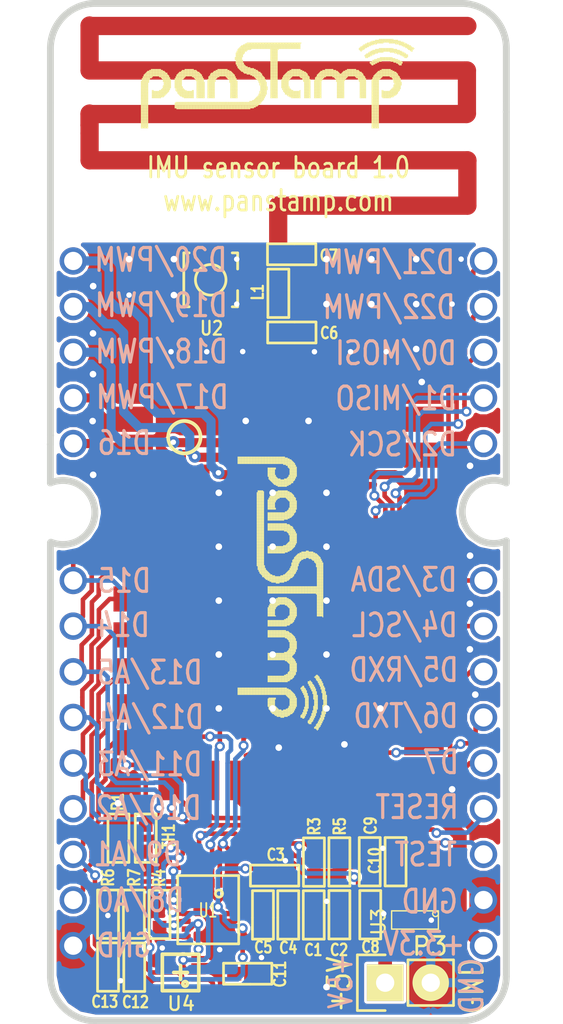
<source format=kicad_pcb>
(kicad_pcb (version 4) (host pcbnew 0.201602181416+6564~42~ubuntu14.04.1-product)
  (title_block (title "panStamp IMU board") (date 2016-02-18) (rev 1.0) (company panStamp))
  (layers (0 Front signal) (1 Ground power) (2 Power power) (31 Back signal) (34 B.Paste user) (35 F.Paste user) (36 B.SilkS user) (37 F.SilkS user) (38 B.Mask user) (39 F.Mask user) (44 Edge.Cuts user))
  (net 0 "")
  (net 1 /RESET)
  (net 2 GND)
  (net 3 VCC)
  (net 4 /D0)
  (net 5 /D1)
  (net 6 /D14)
  (net 7 /D15)
  (net 8 /D16)
  (net 9 /D17)
  (net 10 /D18)
  (net 11 /D2)
  (net 12 /TEST)
  (net 13 /D12)
  (net 14 /D11)
  (net 15 /D10)
  (net 16 /D9)
  (net 17 /D19)
  (net 18 /D20)
  (net 19 /D21)
  (net 20 /D22)
  (net 21 /I2C_SDA)
  (net 22 /I2C_SCL)
  (net 23 /D5)
  (net 24 /D6)
  (net 25 /D7)
  (net 26 "Net-(C4-Pad1)")
  (net 27 "Net-(C5-Pad1)")
  (net 28 "Net-(C6-Pad1)")
  (net 29 "Net-(C7-Pad1)")
  (net 30 "Net-(C8-Pad1)")
  (net 31 "Net-(C11-Pad1)")
  (net 32 /D13)
  (net 33 "Net-(R4-Pad2)")
  (net 34 "Net-(R6-Pad2)")
  (net 35 "Net-(R7-Pad2)")
  (net 36 /A0)
  (module mysmd:LGA24L (layer Front) (at 193.41 95.2 270)
    (fp_text reference U1 (at 0.04 0.01 360) (layer F.SilkS) (effects (font (size 0.762 0.508) (thickness 0.1016))))
    (fp_text value LSM9DS1 hide)
    (pad 1 smd rect (at -1.505 -1.225) (size 0.5 0.3) (layers Front F.Paste F.Mask) (net 8 /D16))
    (pad 2 smd rect (at -1.475 -0.645 270) (size 0.5 0.3) (layers Front F.Paste F.Mask) (net 22 /I2C_SCL))
    (pad 3 smd rect (at -1.475 -0.215 270) (size 0.5 0.3) (layers Front F.Paste F.Mask) (net 8 /D16))
    (pad 4 smd rect (at -1.475 0.215 270) (size 0.5 0.3) (layers Front F.Paste F.Mask) (net 21 /I2C_SDA))
    (pad 5 smd rect (at -1.475 0.645 270) (size 0.5 0.3) (layers Front F.Paste F.Mask) (net 34 "Net-(R6-Pad2)"))
    (pad 6 smd rect (at -1.505 1.225) (size 0.5 0.3) (layers Front F.Paste F.Mask) (net 34 "Net-(R6-Pad2)"))
    (pad 7 smd rect (at -1.075 1.225) (size 0.5 0.3) (layers Front F.Paste F.Mask) (net 35 "Net-(R7-Pad2)"))
    (pad 8 smd rect (at -0.645 1.225) (size 0.5 0.3) (layers Front F.Paste F.Mask) (net 35 "Net-(R7-Pad2)"))
    (pad 9 smd rect (at -0.215 1.225) (size 0.5 0.3) (layers Front F.Paste F.Mask) (net 6 /D14))
    (pad 10 smd rect (at 0.215 1.225) (size 0.5 0.3) (layers Front F.Paste F.Mask) (net 32 /D13))
    (pad 11 smd rect (at 0.645 1.225) (size 0.5 0.3) (layers Front F.Paste F.Mask) (net 13 /D12))
    (pad 12 smd rect (at 1.075 1.225) (size 0.5 0.3) (layers Front F.Paste F.Mask) (net 14 /D11))
    (pad 13 smd rect (at 1.505 1.225) (size 0.5 0.3) (layers Front F.Paste F.Mask) (net 33 "Net-(R4-Pad2)"))
    (pad 14 smd rect (at 1.475 0.645 270) (size 0.5 0.3) (layers Front F.Paste F.Mask) (net 2 GND))
    (pad 15 smd rect (at 1.475 0.215 270) (size 0.5 0.3) (layers Front F.Paste F.Mask) (net 2 GND))
    (pad 16 smd rect (at 1.475 -0.215 270) (size 0.5 0.3) (layers Front F.Paste F.Mask) (net 2 GND))
    (pad 17 smd rect (at 1.475 -0.645 270) (size 0.5 0.3) (layers Front F.Paste F.Mask) (net 2 GND))
    (pad 18 smd rect (at 1.505 -1.225) (size 0.5 0.3) (layers Front F.Paste F.Mask) (net 2 GND))
    (pad 19 smd rect (at 1.075 -1.225) (size 0.5 0.3) (layers Front F.Paste F.Mask) (net 2 GND))
    (pad 20 smd rect (at 0.645 -1.225) (size 0.5 0.3) (layers Front F.Paste F.Mask) (net 2 GND))
    (pad 21 smd rect (at 0.215 -1.225) (size 0.5 0.3) (layers Front F.Paste F.Mask) (net 26 "Net-(C4-Pad1)"))
    (pad 22 smd rect (at -0.215 -1.225) (size 0.5 0.3) (layers Front F.Paste F.Mask) (net 8 /D16))
    (pad 23 smd rect (at -0.645 -1.225) (size 0.5 0.3) (layers Front F.Paste F.Mask) (net 8 /D16))
    (pad 24 smd rect (at -1.075 -1.225) (size 0.5 0.3) (layers Front F.Paste F.Mask) (net 27 "Net-(C5-Pad1)"))
  )
  (module myconnectors:pin_array_1x14 (layer Front) (at 185.89 80.89 270)
    (fp_text reference P1 hide)
    (fp_text value CONN_01X14 hide)
    (pad 1 thru_hole circle (at -21.79 0 270) (size 1.524 1.524) (drill 1.016) (layers *.Cu *.Mask) (net 18 /D20))
    (pad 2 thru_hole circle (at -19.25 0 270) (size 1.524 1.524) (drill 1.016) (layers *.Cu *.Mask) (net 17 /D19))
    (pad 3 thru_hole circle (at -16.71 0 270) (size 1.524 1.524) (drill 1.016) (layers *.Cu *.Mask) (net 10 /D18))
    (pad 4 thru_hole circle (at -14.17 0 270) (size 1.524 1.524) (drill 1.016) (layers *.Cu *.Mask) (net 9 /D17))
    (pad 5 thru_hole circle (at -11.63 0 270) (size 1.524 1.524) (drill 1.016) (layers *.Cu *.Mask) (net 8 /D16))
    (pad 6 thru_hole circle (at -4.01 0 270) (size 1.524 1.524) (drill 1.016) (layers *.Cu *.Mask) (net 7 /D15))
    (pad 7 thru_hole circle (at -1.47 0 270) (size 1.524 1.524) (drill 1.016) (layers *.Cu *.Mask) (net 6 /D14))
    (pad 8 thru_hole circle (at 1.07 0 270) (size 1.524 1.524) (drill 1.016) (layers *.Cu *.Mask) (net 32 /D13))
    (pad 9 thru_hole circle (at 3.61 0 270) (size 1.524 1.524) (drill 1.016) (layers *.Cu *.Mask) (net 13 /D12))
    (pad 10 thru_hole circle (at 6.15 0 270) (size 1.524 1.524) (drill 1.016) (layers *.Cu *.Mask) (net 14 /D11))
    (pad 11 thru_hole circle (at 8.69 0 270) (size 1.524 1.524) (drill 1.016) (layers *.Cu *.Mask) (net 15 /D10))
    (pad 12 thru_hole circle (at 11.23 0 270) (size 1.524 1.524) (drill 1.016) (layers *.Cu *.Mask) (net 16 /D9))
    (pad 13 thru_hole circle (at 13.77 0 270) (size 1.524 1.524) (drill 1.016) (layers *.Cu *.Mask) (net 36 /A0))
    (pad 14 thru_hole circle (at 16.31 0 270) (size 1.524 1.524) (drill 1.016) (layers *.Cu *.Mask) (net 2 GND))
  )
  (module myconnectors:pin_array_1x14 (layer Front) (at 208.75 80.89 270)
    (fp_text reference P2 hide)
    (fp_text value CONN_01X14 hide)
    (pad 1 thru_hole circle (at -21.79 0 270) (size 1.524 1.524) (drill 1.016) (layers *.Cu *.Mask) (net 19 /D21))
    (pad 2 thru_hole circle (at -19.25 0 270) (size 1.524 1.524) (drill 1.016) (layers *.Cu *.Mask) (net 20 /D22))
    (pad 3 thru_hole circle (at -16.71 0 270) (size 1.524 1.524) (drill 1.016) (layers *.Cu *.Mask) (net 4 /D0))
    (pad 4 thru_hole circle (at -14.17 0 270) (size 1.524 1.524) (drill 1.016) (layers *.Cu *.Mask) (net 5 /D1))
    (pad 5 thru_hole circle (at -11.63 0 270) (size 1.524 1.524) (drill 1.016) (layers *.Cu *.Mask) (net 11 /D2))
    (pad 6 thru_hole circle (at -4.01 0 270) (size 1.524 1.524) (drill 1.016) (layers *.Cu *.Mask) (net 21 /I2C_SDA))
    (pad 7 thru_hole circle (at -1.47 0 270) (size 1.524 1.524) (drill 1.016) (layers *.Cu *.Mask) (net 22 /I2C_SCL))
    (pad 8 thru_hole circle (at 1.07 0 270) (size 1.524 1.524) (drill 1.016) (layers *.Cu *.Mask) (net 23 /D5))
    (pad 9 thru_hole circle (at 3.61 0 270) (size 1.524 1.524) (drill 1.016) (layers *.Cu *.Mask) (net 24 /D6))
    (pad 10 thru_hole circle (at 6.15 0 270) (size 1.524 1.524) (drill 1.016) (layers *.Cu *.Mask) (net 25 /D7))
    (pad 11 thru_hole circle (at 8.69 0 270) (size 1.524 1.524) (drill 1.016) (layers *.Cu *.Mask) (net 1 /RESET))
    (pad 12 thru_hole circle (at 11.23 0 270) (size 1.524 1.524) (drill 1.016) (layers *.Cu *.Mask) (net 12 /TEST))
    (pad 13 thru_hole circle (at 13.77 0 270) (size 1.524 1.524) (drill 1.016) (layers *.Cu *.Mask) (net 2 GND))
    (pad 14 thru_hole circle (at 16.31 0 270) (size 1.524 1.524) (drill 1.016) (layers *.Cu *.Mask) (net 3 VCC))
  )
  (module mysmd:PANSTAMP_2 (layer Front) (at 197.3326 76.9074)
    (fp_text reference PS1 hide)
    (fp_text value PANSTAMP_NRG2 hide)
    (pad 1 smd rect (at -8.1 -9) (size 2.2 1.4) (layers Front F.Paste F.Mask) (net 9 /D17))
    (pad 2 smd rect (at -8.1 -7) (size 2.2 1.4) (layers Front F.Paste F.Mask) (net 8 /D16))
    (pad 3 smd rect (at -8.1 -5) (size 2.2 1.4) (layers Front F.Paste F.Mask) (net 7 /D15))
    (pad 4 smd rect (at -8.1 -3) (size 2.2 1.4) (layers Front F.Paste F.Mask) (net 6 /D14))
    (pad 5 smd rect (at -8.1 -1) (size 2.2 1.4) (layers Front F.Paste F.Mask) (net 32 /D13))
    (pad 6 smd rect (at -8.1 1) (size 2.2 1.4) (layers Front F.Paste F.Mask) (net 13 /D12))
    (pad 7 smd rect (at -8.1 3) (size 2.2 1.4) (layers Front F.Paste F.Mask) (net 14 /D11))
    (pad 8 smd rect (at -8.1 5) (size 2.2 1.4) (layers Front F.Paste F.Mask) (net 15 /D10))
    (pad 9 smd rect (at -8.1 7) (size 2.2 1.4) (layers Front F.Paste F.Mask) (net 16 /D9))
    (pad 10 smd rect (at -8.1 9) (size 2.2 1.4) (layers Front F.Paste F.Mask) (net 36 /A0))
    (pad 11 smd rect (at -6 11.1 90) (size 2.2 1.4) (layers Front F.Paste F.Mask) (net 12 /TEST))
    (pad 12 smd rect (at -4 11.1 90) (size 2.2 1.4) (layers Front F.Paste F.Mask) (net 1 /RESET))
    (pad 13 smd rect (at -2 11.1 90) (size 2.2 1.4) (layers Front F.Paste F.Mask) (net 3 VCC))
    (pad 14 smd rect (at 0 11.1 90) (size 2.2 1.4) (layers Front F.Paste F.Mask) (net 2 GND))
    (pad 15 smd rect (at 2 11.1 90) (size 2.2 1.4) (layers Front F.Paste F.Mask) (net 25 /D7))
    (pad 16 smd rect (at 4 11.1 90) (size 2.2 1.4) (layers Front F.Paste F.Mask) (net 24 /D6))
    (pad 17 smd rect (at 6 11.1 90) (size 2.2 1.4) (layers Front F.Paste F.Mask) (net 23 /D5))
    (pad 18 smd rect (at 8.1 9) (size 2.2 1.4) (layers Front F.Paste F.Mask) (net 22 /I2C_SCL))
    (pad 19 smd rect (at 8.1 7) (size 2.2 1.4) (layers Front F.Paste F.Mask) (net 21 /I2C_SDA))
    (pad 20 smd rect (at 8.1 5) (size 2.2 1.4) (layers Front F.Paste F.Mask) (net 11 /D2))
    (pad 21 smd rect (at 8.1 3) (size 2.2 1.4) (layers Front F.Paste F.Mask) (net 5 /D1))
    (pad 22 smd rect (at 8.1 1) (size 2.2 1.4) (layers Front F.Paste F.Mask) (net 4 /D0))
    (pad 23 smd rect (at 8.1 -1) (size 2.2 1.4) (layers Front F.Paste F.Mask) (net 20 /D22))
    (pad 24 smd rect (at 8.1 -3) (size 2.2 1.4) (layers Front F.Paste F.Mask) (net 19 /D21))
    (pad 25 smd rect (at 8.1 -5) (size 2.2 1.4) (layers Front F.Paste F.Mask) (net 18 /D20))
    (pad 26 smd rect (at 8.1 -7) (size 2.2 1.4) (layers Front F.Paste F.Mask) (net 17 /D19))
    (pad 27 smd rect (at 8.1 -9) (size 2.2 1.4) (layers Front F.Paste F.Mask) (net 10 /D18))
    (pad 28 smd rect (at 6 -11.1 90) (size 2.2 1.4) (layers Front F.Paste F.Mask) (net 2 GND))
    (pad 29 smd rect (at 4 -11.1 90) (size 2.2 1.4) (layers Front F.Paste F.Mask) (net 2 GND))
    (pad 30 smd rect (at 2 -11.1 90) (size 2.2 1.4) (layers Front F.Paste F.Mask) (net 2 GND))
    (pad 31 smd rect (at 0 -11.1 90) (size 2.2 1.4) (layers Front F.Paste F.Mask) (net 28 "Net-(C6-Pad1)"))
    (pad 32 smd rect (at -2 -11.1 90) (size 2.2 1.4) (layers Front F.Paste F.Mask) (net 2 GND))
    (pad 33 smd rect (at -4 -11.1 90) (size 2.2 1.4) (layers Front F.Paste F.Mask) (net 2 GND))
    (pad 34 smd rect (at -6 -11.1 90) (size 2.2 1.4) (layers Front F.Paste F.Mask) (net 2 GND))
  )
  (module mysmd:SM0603S (layer Front) (at 188.41 91.22 90)
    (fp_text reference R1 (at 2.02 -0.04 270) (layer F.SilkS) (effects (font (size 0.635 0.508) (thickness 0.127))))
    (fp_text value 10k hide)
    (pad 2 smd rect (at 0.7493 0 90) (size 0.7874 0.762) (layers Front F.Paste F.Mask) (net 2 GND))
    (pad 1 smd rect (at -0.7493 0 90) (size 0.7874 0.762) (layers Front F.Paste F.Mask) (net 36 /A0))
  )
  (module mysmd:SM0603S (layer Front) (at 189.93 91.22 90)
    (fp_text reference TH1 (at 0.11 1.28 270) (layer F.SilkS) (effects (font (size 0.635 0.508) (thickness 0.127))))
    (fp_text value THERMISTOR hide)
    (pad 2 smd rect (at 0.7493 0 90) (size 0.7874 0.762) (layers Front F.Paste F.Mask) (net 7 /D15))
    (pad 1 smd rect (at -0.7493 0 90) (size 0.7874 0.762) (layers Front F.Paste F.Mask) (net 36 /A0))
  )
  (module mymods:PANSTAMPLOGO (layer Front) (at 200.3298 69.98844 270)
    (fp_text reference G*** hide)
    (fp_text value PANSTAMPLOGO hide)
  )
  (module mysmd:SM0603S (layer Front) (at 199.29 95.49 90)
    (fp_text reference C1 (at -1.95 -0.02 180) (layer F.SilkS) (effects (font (size 0.635 0.508) (thickness 0.127))))
    (fp_text value 10u hide)
    (pad 2 smd rect (at 0.7493 0 90) (size 0.7874 0.762) (layers Front F.Paste F.Mask) (net 2 GND))
    (pad 1 smd rect (at -0.7493 0 90) (size 0.7874 0.762) (layers Front F.Paste F.Mask) (net 8 /D16))
  )
  (module mysmd:SM0603S (layer Front) (at 200.72 95.48 90)
    (fp_text reference C2 (at -1.96 -0.02 180) (layer F.SilkS) (effects (font (size 0.635 0.508) (thickness 0.127))))
    (fp_text value 100n hide)
    (pad 2 smd rect (at 0.7493 0 90) (size 0.7874 0.762) (layers Front F.Paste F.Mask) (net 2 GND))
    (pad 1 smd rect (at -0.7493 0 90) (size 0.7874 0.762) (layers Front F.Paste F.Mask) (net 8 /D16))
  )
  (module mysmd:SM0603S (layer Front) (at 197.11 93.3)
    (fp_text reference C3 (at 0.0635 -1.1557) (layer F.SilkS) (effects (font (size 0.635 0.508) (thickness 0.127))))
    (fp_text value 100n hide)
    (pad 2 smd rect (at 0.7493 0) (size 0.7874 0.762) (layers Front F.Paste F.Mask) (net 2 GND))
    (pad 1 smd rect (at -0.7493 0) (size 0.7874 0.762) (layers Front F.Paste F.Mask) (net 8 /D16))
  )
  (module mysmd:SM0603S (layer Front) (at 197.87 95.49 270)
    (fp_text reference C4 (at 1.83 0 360) (layer F.SilkS) (effects (font (size 0.635 0.508) (thickness 0.127))))
    (fp_text value 10n hide)
    (pad 2 smd rect (at 0.7493 0 270) (size 0.7874 0.762) (layers Front F.Paste F.Mask) (net 2 GND))
    (pad 1 smd rect (at -0.7493 0 270) (size 0.7874 0.762) (layers Front F.Paste F.Mask) (net 26 "Net-(C4-Pad1)"))
  )
  (module mysmd:SM0603S (layer Front) (at 196.46 95.49 270)
    (fp_text reference C5 (at 1.8 -0.02 360) (layer F.SilkS) (effects (font (size 0.635 0.508) (thickness 0.127))))
    (fp_text value 100n hide)
    (pad 2 smd rect (at 0.7493 0 270) (size 0.7874 0.762) (layers Front F.Paste F.Mask) (net 2 GND))
    (pad 1 smd rect (at -0.7493 0 270) (size 0.7874 0.762) (layers Front F.Paste F.Mask) (net 27 "Net-(C5-Pad1)"))
  )
  (module mysmd:SM0603S (layer Front) (at 198.07 63.08)
    (fp_text reference C6 (at 2.08 0.03) (layer F.SilkS) (effects (font (size 0.635 0.508) (thickness 0.127))))
    (fp_text value N.P. hide)
    (pad 2 smd rect (at 0.7493 0) (size 0.7874 0.762) (layers Front F.Paste F.Mask) (net 2 GND))
    (pad 1 smd rect (at -0.7493 0) (size 0.7874 0.762) (layers Front F.Paste F.Mask) (net 28 "Net-(C6-Pad1)"))
  )
  (module mysmd:SM0603S (layer Front) (at 198.06 58.73)
    (fp_text reference C7 (at 2.07 0.08) (layer F.SilkS) (effects (font (size 0.635 0.508) (thickness 0.127))))
    (fp_text value N.P. hide)
    (pad 2 smd rect (at 0.7493 0) (size 0.7874 0.762) (layers Front F.Paste F.Mask) (net 2 GND))
    (pad 1 smd rect (at -0.7493 0) (size 0.7874 0.762) (layers Front F.Paste F.Mask) (net 29 "Net-(C7-Pad1)"))
  )
  (module mysmd:SM0603S (layer Front) (at 202.44 95.48 90)
    (fp_text reference C8 (at -1.79 0.01 180) (layer F.SilkS) (effects (font (size 0.635 0.508) (thickness 0.127))))
    (fp_text value 4.7u hide)
    (pad 2 smd rect (at 0.7493 0 90) (size 0.7874 0.762) (layers Front F.Paste F.Mask) (net 2 GND))
    (pad 1 smd rect (at -0.7493 0 90) (size 0.7874 0.762) (layers Front F.Paste F.Mask) (net 30 "Net-(C8-Pad1)"))
  )
  (module mysmd:SM0603S (layer Front) (at 202.41 92.53 90)
    (fp_text reference C9 (at 2.01 0.05 90) (layer F.SilkS) (effects (font (size 0.635 0.508) (thickness 0.127))))
    (fp_text value 4.7u hide)
    (pad 2 smd rect (at 0.7493 0 90) (size 0.7874 0.762) (layers Front F.Paste F.Mask) (net 2 GND))
    (pad 1 smd rect (at -0.7493 0 90) (size 0.7874 0.762) (layers Front F.Paste F.Mask) (net 3 VCC))
  )
  (module mysmd:SM0603S (layer Front) (at 195.61 98.76)
    (fp_text reference C11 (at 1.8 0.02 90) (layer F.SilkS) (effects (font (size 0.635 0.508) (thickness 0.127))))
    (fp_text value 100n hide)
    (pad 2 smd rect (at 0.7493 0) (size 0.7874 0.762) (layers Front F.Paste F.Mask) (net 2 GND))
    (pad 1 smd rect (at -0.7493 0) (size 0.7874 0.762) (layers Front F.Paste F.Mask) (net 31 "Net-(C11-Pad1)"))
  )
  (module mysmd:SM0603S (layer Front) (at 189.29 98.4 270)
    (fp_text reference C12 (at 1.94 -0.07 360) (layer F.SilkS) (effects (font (size 0.635 0.508) (thickness 0.127))))
    (fp_text value 1u hide)
    (pad 2 smd rect (at 0.7493 0 270) (size 0.7874 0.762) (layers Front F.Paste F.Mask) (net 2 GND))
    (pad 1 smd rect (at -0.7493 0 270) (size 0.7874 0.762) (layers Front F.Paste F.Mask) (net 16 /D9))
  )
  (module mysmd:SM0603S (layer Front) (at 187.83 98.39 270)
    (fp_text reference C13 (at 1.93 0.18 360) (layer F.SilkS) (effects (font (size 0.635 0.508) (thickness 0.127))))
    (fp_text value 100n hide)
    (pad 2 smd rect (at 0.7493 0 270) (size 0.7874 0.762) (layers Front F.Paste F.Mask) (net 2 GND))
    (pad 1 smd rect (at -0.7493 0 270) (size 0.7874 0.762) (layers Front F.Paste F.Mask) (net 16 /D9))
  )
  (module mysmd:SM0603S (layer Front) (at 197.32 60.9 90)
    (fp_text reference L1 (at 0.0635 -1.1557 90) (layer F.SilkS) (effects (font (size 0.635 0.508) (thickness 0.127))))
    (fp_text value 0 hide)
    (pad 2 smd rect (at 0.7493 0 90) (size 0.7874 0.762) (layers Front F.Paste F.Mask) (net 29 "Net-(C7-Pad1)"))
    (pad 1 smd rect (at -0.7493 0 90) (size 0.7874 0.762) (layers Front F.Paste F.Mask) (net 28 "Net-(C6-Pad1)"))
  )
  (module Pin_Headers:Pin_Header_Straight_1x02 (layer Front) (at 203.27 99.26 90)
    (fp_text reference P3 (at 2.03 2.5 180) (layer F.SilkS))
    (fp_text value CONN_01X02)
    (pad 1 thru_hole rect (at 0 0 90) (size 2.032 2.032) (drill 1.016) (layers *.Cu *.Mask F.SilkS) (net 30 "Net-(C8-Pad1)"))
    (pad 2 thru_hole oval (at 0 2.54 90) (size 2.032 2.032) (drill 1.016) (layers *.Cu *.Mask F.SilkS) (net 2 GND))
  )
  (module mysmd:SM0603S (layer Front) (at 199.3 92.55 90)
    (fp_text reference R3 (at 1.99 0.02 90) (layer F.SilkS) (effects (font (size 0.635 0.508) (thickness 0.127))))
    (fp_text value 10k hide)
    (pad 2 smd rect (at 0.7493 0 90) (size 0.7874 0.762) (layers Front F.Paste F.Mask) (net 21 /I2C_SDA))
    (pad 1 smd rect (at -0.7493 0 90) (size 0.7874 0.762) (layers Front F.Paste F.Mask) (net 3 VCC))
  )
  (module mysmd:SM0603S (layer Front) (at 190.7 95.46 270)
    (fp_text reference R4 (at -2.03 0.02 270) (layer F.SilkS) (effects (font (size 0.635 0.508) (thickness 0.127))))
    (fp_text value 10k hide)
    (pad 2 smd rect (at 0.7493 0 270) (size 0.7874 0.762) (layers Front F.Paste F.Mask) (net 33 "Net-(R4-Pad2)"))
    (pad 1 smd rect (at -0.7493 0 270) (size 0.7874 0.762) (layers Front F.Paste F.Mask) (net 2 GND))
  )
  (module mysmd:SM0603S (layer Front) (at 200.72 92.54 90)
    (fp_text reference R5 (at 1.98 0.02 90) (layer F.SilkS) (effects (font (size 0.635 0.508) (thickness 0.127))))
    (fp_text value 10k hide)
    (pad 2 smd rect (at 0.7493 0 90) (size 0.7874 0.762) (layers Front F.Paste F.Mask) (net 22 /I2C_SCL))
    (pad 1 smd rect (at -0.7493 0 90) (size 0.7874 0.762) (layers Front F.Paste F.Mask) (net 3 VCC))
  )
  (module mysmd:SM0603S (layer Front) (at 187.83 95.45 90)
    (fp_text reference R6 (at 2.04 0 90) (layer F.SilkS) (effects (font (size 0.635 0.508) (thickness 0.127))))
    (fp_text value 10k hide)
    (pad 2 smd rect (at 0.7493 0 90) (size 0.7874 0.762) (layers Front F.Paste F.Mask) (net 34 "Net-(R6-Pad2)"))
    (pad 1 smd rect (at -0.7493 0 90) (size 0.7874 0.762) (layers Front F.Paste F.Mask) (net 2 GND))
  )
  (module mysmd:SM0603S (layer Front) (at 189.27 95.45 90)
    (fp_text reference R7 (at 2.04 0.02 90) (layer F.SilkS) (effects (font (size 0.635 0.508) (thickness 0.127))))
    (fp_text value 10k hide)
    (pad 2 smd rect (at 0.7493 0 90) (size 0.7874 0.762) (layers Front F.Paste F.Mask) (net 35 "Net-(R7-Pad2)"))
    (pad 1 smd rect (at -0.7493 0 90) (size 0.7874 0.762) (layers Front F.Paste F.Mask) (net 8 /D16))
  )
  (module myconnectors:U.FL_CONN (layer Front) (at 193.55 60.15)
    (fp_text reference U2 (at 0.05 2.7) (layer F.SilkS) (effects (font (size 0.762 0.635) (thickness 0.127))))
    (fp_text value ANTENNA hide)
    (pad 2 smd rect (at 0 -1.475) (size 2.2 1.05) (layers Front F.Paste F.Mask) (net 2 GND))
    (pad 2 smd rect (at 0 1.475) (size 2.2 1.05) (layers Front F.Paste F.Mask) (net 2 GND))
    (pad 1 smd rect (at 1.55 0) (size 1.05 1) (layers Front F.Paste F.Mask) (net 29 "Net-(C7-Pad1)"))
  )
  (module libcms:SOT23 (layer Front) (at 204.9 95.77 180)
    (fp_text reference U3 (at 1.99898 -0.09906 270) (layer F.SilkS) (effects (font (size 0.762 0.762) (thickness 0.11938))))
    (fp_text value MCP1702 hide)
    (pad 3 smd rect (at 0 -1.09982 180) (size 0.8001 1.00076) (layers Front F.Paste F.Mask) (net 30 "Net-(C8-Pad1)"))
    (pad 2 smd rect (at 0.9525 1.09982 180) (size 0.8001 1.00076) (layers Front F.Paste F.Mask) (net 3 VCC))
    (pad 1 smd rect (at -0.9525 1.09982 180) (size 0.8001 1.00076) (layers Front F.Paste F.Mask) (net 2 GND))
  )
  (module mysmd:DFN-10 (layer Front) (at 191.87 98.69 90)
    (fp_text reference U4 (at -1.74 0.03 180) (layer F.SilkS) (effects (font (size 0.762 0.762) (thickness 0.127))))
    (fp_text value MMA8652FC hide)
    (pad 10 smd rect (at -0.8 -1 90) (size 0.225 0.8) (layers Front F.Paste F.Mask) (net 21 /I2C_SDA))
    (pad 9 smd rect (at -0.4 -1 90) (size 0.225 0.8) (layers Front F.Paste F.Mask) (net 2 GND))
    (pad 8 smd rect (at 0 -1 90) (size 0.225 0.8) (layers Front F.Paste F.Mask) (net 16 /D9))
    (pad 7 smd rect (at 0.4 -1 90) (size 0.225 0.8) (layers Front F.Paste F.Mask) (net 2 GND))
    (pad 6 smd rect (at 0.8 -1 90) (size 0.225 0.8) (layers Front F.Paste F.Mask) (net 2 GND))
    (pad 5 smd rect (at 0.8 1 90) (size 0.225 0.8) (layers Front F.Paste F.Mask) (net 14 /D11))
    (pad 4 smd rect (at 0.4 1 90) (size 0.225 0.8) (layers Front F.Paste F.Mask) (net 31 "Net-(C11-Pad1)"))
    (pad 3 smd rect (at 0 1 90) (size 0.225 0.8) (layers Front F.Paste F.Mask) (net 13 /D12))
    (pad 2 smd rect (at -0.4 1 90) (size 0.225 0.8) (layers Front F.Paste F.Mask) (net 22 /I2C_SCL))
    (pad 1 smd rect (at -0.8 1 90) (size 0.225 0.8) (layers Front F.Paste F.Mask) (net 16 /D9))
  )
  (module mysmd:SM0603S (layer Front) (at 203.85 92.53 90)
    (fp_text reference C10 (at 0.0635 -1.1557 90) (layer F.SilkS) (effects (font (size 0.635 0.508) (thickness 0.127))))
    (fp_text value 1u hide)
    (pad 2 smd rect (at 0.7493 0 90) (size 0.7874 0.762) (layers Front F.Paste F.Mask) (net 2 GND))
    (pad 1 smd rect (at -0.7493 0 90) (size 0.7874 0.762) (layers Front F.Paste F.Mask) (net 3 VCC))
  )
  (module mymods:PANSTAMPLOGO (layer Front) (at 189.66 46.44)
    (fp_text reference G*** hide)
    (fp_text value PANSTAMPLOGO hide)
  )
  (gr_text GND (at 208.08 99.43 90) (layer B.SilkS) (effects (font (size 1.27 1.016) (thickness 0.1524)) (justify mirror)))
  (gr_text +5V (at 200.8 99.16 90) (layer B.SilkS) (effects (font (size 1.27 1.016) (thickness 0.1524)) (justify mirror)))
  (gr_text +5V (at 200.72 99.36 90) (layer F.SilkS) (effects (font (size 1.27 1.016) (thickness 0.1524))))
  (gr_text GND (at 208.1 99.46 90) (layer F.SilkS) (effects (font (size 1.27 1.016) (thickness 0.1524))))
  (gr_text D1/MISO (at 203.87532 66.75316) (layer B.SilkS) (effects (font (size 1.27 1.016) (thickness 0.1778)) (justify mirror)))
  (gr_text D18/PWM (at 190.81532 64.14316) (layer B.SilkS) (effects (font (size 1.27 1.016) (thickness 0.1778)) (justify mirror)))
  (gr_line (start 184.6199 74.7776) (end 184.62244 74.7776) (angle 90) (layer Edge.Cuts) (width 0.381))
  (gr_line (start 184.6199 98.88474) (end 184.6199 74.7776) (angle 90) (layer Edge.Cuts) (width 0.381))
  (gr_arc (start 185.31586 73.09612) (end 184.62244 71.45528) (angle 225) (layer Edge.Cuts) (width 0.381))
  (gr_line (start 184.61736 71.45528) (end 184.61482 71.45528) (angle 90) (layer Edge.Cuts) (width 0.381))
  (gr_line (start 184.61736 69.33184) (end 184.61736 71.45528) (angle 90) (layer Edge.Cuts) (width 0.381))
  (gr_arc (start 209.3214 73.06056) (end 209.99958 74.68362) (angle 225) (layer Edge.Cuts) (width 0.381))
  (gr_line (start 210.0199 71.44258) (end 210.01482 71.44258) (angle 90) (layer Edge.Cuts) (width 0.381))
  (gr_line (start 210.0199 69.3166) (end 210.0199 71.44258) (angle 90) (layer Edge.Cuts) (width 0.381))
  (gr_line (start 210.0199 74.67346) (end 210.02498 74.67346) (angle 90) (layer Edge.Cuts) (width 0.381))
  (gr_line (start 210.0199 76.79436) (end 210.0199 74.67346) (angle 90) (layer Edge.Cuts) (width 0.381))
  (gr_line (start 210.01736 74.67092) (end 210.02244 74.67092) (angle 90) (layer Edge.Cuts) (width 0.381))
  (gr_line (start 210.01228 76.8604) (end 210.01736 76.8604) (angle 90) (layer Edge.Cuts) (width 0.381))
  (gr_line (start 210.01736 71.45528) (end 210.01228 71.45528) (angle 90) (layer Edge.Cuts) (width 0.381))
  (gr_line (start 207.51 101.38) (end 187.08 101.38) (angle 90) (layer Edge.Cuts) (width 0.381))
  (gr_line (start 184.62 77.35) (end 184.62 76.86) (angle 90) (layer Edge.Cuts) (width 0.381))
  (gr_line (start 184.62 69.3) (end 184.61 69.3) (angle 90) (layer Edge.Cuts) (width 0.381))
  (gr_line (start 184.62 68.78) (end 184.62 69.3) (angle 90) (layer Edge.Cuts) (width 0.381))
  (gr_line (start 210.02 68.85) (end 210.02 69.32) (angle 90) (layer Edge.Cuts) (width 0.381))
  (gr_line (start 210.02 77.38) (end 210.02 76.8) (angle 90) (layer Edge.Cuts) (width 0.381))
  (gr_line (start 210.02 57.94) (end 210.02 68.83) (angle 90) (layer Edge.Cuts) (width 0.381))
  (gr_line (start 210.02 77.79) (end 210.02 77.39) (angle 90) (layer Edge.Cuts) (width 0.381))
  (gr_line (start 184.62 68.81) (end 184.63 68.81) (angle 90) (layer Edge.Cuts) (width 0.381))
  (gr_line (start 184.62 57.96) (end 184.62 68.81) (angle 90) (layer Edge.Cuts) (width 0.381))
  (gr_line (start 184.62 77.84) (end 184.62 77.36) (angle 90) (layer Edge.Cuts) (width 0.381))
  (gr_line (start 184.62 50.28) (end 184.62 47.28) (angle 90) (layer Edge.Cuts) (width 0.381))
  (gr_line (start 210.02 47.28) (end 210.02 50.22) (angle 90) (layer Edge.Cuts) (width 0.381))
  (gr_line (start 210.02 98.5) (end 210.02 77.81) (angle 90) (layer Edge.Cuts) (width 0.381))
  (gr_line (start 184.62 77.87) (end 184.62 98.97) (angle 90) (layer Edge.Cuts) (width 0.381))
  (gr_text "IMU sensor board 1.0\nwww.panstamp.com" (at 197.325 54.825) (layer F.SilkS) (effects (font (size 1.143 0.889) (thickness 0.1524))))
  (gr_line (start 210.02 50.3) (end 210.02 50.84) (angle 90) (layer Edge.Cuts) (width 0.381))
  (gr_line (start 184.62 50.3) (end 184.62 50.79) (angle 90) (layer Edge.Cuts) (width 0.381))
  (gr_line (start 184.62 98.61) (end 184.62 98.93) (angle 90) (layer Edge.Cuts) (width 0.381))
  (gr_line (start 210.02 98.93) (end 210.01 98.93) (angle 90) (layer Edge.Cuts) (width 0.381))
  (gr_line (start 210.02 98.52) (end 210.02 98.93) (angle 90) (layer Edge.Cuts) (width 0.381))
  (gr_line (start 184.62 57.94) (end 184.62 50.78) (angle 90) (layer Edge.Cuts) (width 0.381))
  (gr_line (start 210.02 50.8) (end 210.01 50.8) (angle 90) (layer Edge.Cuts) (width 0.381))
  (gr_line (start 210.02 57.94) (end 210.02 50.8) (angle 90) (layer Edge.Cuts) (width 0.381))
  (gr_line (start 187.15 44.77) (end 207.51 44.77) (angle 90) (layer Edge.Cuts) (width 0.381))
  (gr_arc (start 207.53 47.26) (end 207.53 44.77) (angle 90) (layer Edge.Cuts) (width 0.381))
  (gr_arc (start 187.12 47.27) (end 184.62 47.27) (angle 90) (layer Edge.Cuts) (width 0.381))
  (gr_arc (start 207.52 98.88) (end 210.02 98.88) (angle 90) (layer Edge.Cuts) (width 0.381))
  (gr_arc (start 187.12 98.88) (end 187.12 101.38) (angle 90) (layer Edge.Cuts) (width 0.381))
  (gr_text D10/A2 (at 190.09532 89.54316) (layer B.SilkS) (effects (font (size 1.27 1.016) (thickness 0.1778)) (justify mirror)))
  (gr_text D21/PWM (at 203.45532 59.17316) (layer B.SilkS) (effects (font (size 1.27 1.016) (thickness 0.1778)) (justify mirror)))
  (gr_text GND (at 188.73532 97.19316) (layer B.SilkS) (effects (font (size 1.27 1.016) (thickness 0.1778)) (justify mirror)))
  (gr_text D2/SCK (at 204.23532 69.31316) (layer B.SilkS) (effects (font (size 1.27 1.016) (thickness 0.1778)) (justify mirror)))
  (gr_text GND (at 205.75016 94.74962) (layer B.SilkS) (effects (font (size 1.27 1.016) (thickness 0.1778)) (justify mirror)))
  (gr_text D7 (at 206.36532 86.99316) (layer B.SilkS) (effects (font (size 1.27 1.016) (thickness 0.1778)) (justify mirror)))
  (gr_text D6/TXD (at 204.42532 84.42316) (layer B.SilkS) (effects (font (size 1.27 1.016) (thickness 0.1778)) (justify mirror)))
  (gr_text RESET (at 205.04532 89.49316) (layer B.SilkS) (effects (font (size 1.27 1.016) (thickness 0.1778)) (justify mirror)))
  (gr_text D5/RXD (at 204.31532 81.86316) (layer B.SilkS) (effects (font (size 1.27 1.016) (thickness 0.1778)) (justify mirror)))
  (gr_text D22/PWM (at 203.48532 61.67316) (layer B.SilkS) (effects (font (size 1.27 1.016) (thickness 0.1778)) (justify mirror)))
  (gr_text D3/SDA (at 204.31532 76.84316) (layer B.SilkS) (effects (font (size 1.27 1.016) (thickness 0.1778)) (justify mirror)))
  (gr_text D4/SCL (at 204.36532 79.37316) (layer B.SilkS) (effects (font (size 1.27 1.016) (thickness 0.1778)) (justify mirror)))
  (gr_text D0/MOSI (at 203.87532 64.23316) (layer B.SilkS) (effects (font (size 1.27 1.016) (thickness 0.1778)) (justify mirror)))
  (gr_text D16 (at 188.73532 69.23316) (layer B.SilkS) (effects (font (size 1.27 1.016) (thickness 0.1778)) (justify mirror)))
  (gr_text D15 (at 188.73532 76.90316) (layer B.SilkS) (effects (font (size 1.27 1.016) (thickness 0.1778)) (justify mirror)))
  (gr_text D12/A4 (at 190.23532 84.48316) (layer B.SilkS) (effects (font (size 1.27 1.016) (thickness 0.1778)) (justify mirror)))
  (gr_text D13/A5 (at 190.15532 82.00316) (layer B.SilkS) (effects (font (size 1.27 1.016) (thickness 0.1778)) (justify mirror)))
  (gr_text D19/PWM (at 190.79532 61.56316) (layer B.SilkS) (effects (font (size 1.27 1.016) (thickness 0.1778)) (justify mirror)))
  (gr_text D14 (at 188.66532 79.36316) (layer B.SilkS) (effects (font (size 1.27 1.016) (thickness 0.1778)) (justify mirror)))
  (gr_text D17/PWM (at 190.85532 66.68316) (layer B.SilkS) (effects (font (size 1.27 1.016) (thickness 0.1778)) (justify mirror)))
  (gr_text D11/A3 (at 190.14532 87.11316) (layer B.SilkS) (effects (font (size 1.27 1.016) (thickness 0.1778)) (justify mirror)))
  (gr_text D8/A0 (at 189.61532 94.67316) (layer B.SilkS) (effects (font (size 1.27 1.016) (thickness 0.1778)) (justify mirror)))
  (gr_text D9/A1 (at 189.48532 92.12316) (layer B.SilkS) (effects (font (size 1.27 1.016) (thickness 0.1778)) (justify mirror)))
  (gr_text D20/PWM (at 190.76532 59.04316) (layer B.SilkS) (effects (font (size 1.27 1.016) (thickness 0.1778)) (justify mirror)))
  (gr_text TEST (at 205.52532 92.13316) (layer B.SilkS) (effects (font (size 1.27 1.016) (thickness 0.1778)) (justify mirror)))
  (gr_text +3.3V (at 205.42532 97.09316) (layer B.SilkS) (effects (font (size 1.27 1.016) (thickness 0.1778)) (justify mirror)))
  (segment (start 196.31 90.74) (end 196.1 90.74) (width 0.254) (layer Front) (net 1))
  (segment (start 193.67 90.1) (end 193.3326 89.7626) (width 0.254) (layer Front) (net 1))
  (segment (start 195.46 90.1) (end 193.67 90.1) (width 0.254) (layer Front) (net 1))
  (segment (start 196.1 90.74) (end 195.46 90.1) (width 0.254) (layer Front) (net 1))
  (segment (start 193.3326 88.0074) (end 193.3326 89.7626) (width 0.254) (layer Front) (net 1))
  (segment (start 207.85 90.91) (end 208.75 90.01) (width 0.254) (layer Back) (net 1))
  (segment (start 206.15 90.91) (end 207.85 90.91) (width 0.254) (layer Back) (net 1))
  (segment (start 206.13 90.93) (end 206.15 90.91) (width 0.254) (layer Back) (net 1))
  (via (at 206.13 90.93) (size 0.5588) (drill 0.3048) (layers Front Back) (net 1))
  (segment (start 205.94 90.74) (end 206.13 90.93) (width 0.254) (layer Front) (net 1))
  (segment (start 196.31 90.74) (end 205.94 90.74) (width 0.254) (layer Front) (net 1))
  (segment (start 208.75 90.01) (end 208.75 89.58) (width 0.254) (layer Back) (net 1))
  (segment (start 194.055 96.675) (end 194.055 97.415) (width 0.254) (layer Front) (net 2))
  (via (at 194.05 97.42) (size 0.5588) (drill 0.3048) (layers Front Back) (net 2))
  (segment (start 194.055 97.415) (end 194.05 97.42) (width 0.254) (layer Front) (net 2))
  (via (at 188.53 99.1493) (size 0.5588) (drill 0.3048) (layers Front Back) (net 2))
  (segment (start 188.53 99.1493) (end 188.53 99.11) (width 0.508) (layer Back) (net 2))
  (segment (start 189.29 99.1493) (end 188.53 99.1493) (width 0.508) (layer Front) (net 2))
  (segment (start 188.53 99.1493) (end 187.84 99.1493) (width 0.508) (layer Front) (net 2))
  (segment (start 187.84 99.1493) (end 187.83 99.1393) (width 0.508) (layer Front) (net 2))
  (segment (start 187.83 96.1993) (end 187.83 95.53) (width 0.508) (layer Front) (net 2))
  (via (at 187.82 95.52) (size 0.5588) (drill 0.3048) (layers Front Back) (net 2))
  (segment (start 187.83 95.53) (end 187.82 95.52) (width 0.508) (layer Front) (net 2))
  (segment (start 197.8593 93.3) (end 197.8593 92.6193) (width 0.254) (layer Front) (net 2))
  (via (at 197.71 92.47) (size 0.5588) (drill 0.3048) (layers Front Back) (net 2))
  (segment (start 197.8593 92.6193) (end 197.71 92.47) (width 0.254) (layer Front) (net 2))
  (segment (start 188.41 90.4707) (end 188.41 89.3) (width 0.508) (layer Front) (net 2))
  (via (at 188.38 89.27) (size 0.8763) (drill 0.3683) (layers Front Back) (net 2))
  (segment (start 188.41 89.3) (end 188.38 89.27) (width 0.508) (layer Front) (net 2))
  (segment (start 205.84 99.23) (end 205.84 95.78) (width 0.508) (layer Front) (net 2))
  (segment (start 205.8525 95.7675) (end 205.84 95.78) (width 0.508) (layer Front) (net 2))
  (via (at 205.84 95.78) (size 0.5588) (drill 0.3048) (layers Front Back) (net 2))
  (segment (start 205.8525 95.7675) (end 205.8525 94.67018) (width 0.508) (layer Front) (net 2))
  (segment (start 205.84 99.23) (end 205.81 99.26) (width 0.508) (layer Front) (net 2))
  (segment (start 207.33 79.58) (end 207.33 82.27) (width 0.508) (layer Back) (net 2))
  (via (at 208.29 83.23) (size 0.8763) (drill 0.3683) (layers Front Back) (net 2))
  (segment (start 207.33 82.27) (end 208.29 83.23) (width 0.508) (layer Back) (net 2))
  (segment (start 207.33 77.24) (end 207.33 79.58) (width 0.508) (layer Back) (net 2))
  (segment (start 207.33 79.58) (end 207.33 80.05) (width 0.508) (layer Back) (net 2))
  (via (at 207.99 80.71) (size 0.8763) (drill 0.3683) (layers Front Back) (net 2))
  (segment (start 207.33 80.05) (end 207.99 80.71) (width 0.508) (layer Back) (net 2))
  (segment (start 207.33 75) (end 207.33 77.24) (width 0.508) (layer Back) (net 2))
  (segment (start 207.33 77.24) (end 207.33 77.51) (width 0.508) (layer Back) (net 2))
  (via (at 207.99 78.17) (size 0.8763) (drill 0.3683) (layers Front Back) (net 2))
  (segment (start 207.33 77.51) (end 207.99 78.17) (width 0.508) (layer Back) (net 2))
  (segment (start 186.99 65.4) (end 186.99 65.82) (width 0.508) (layer Back) (net 2))
  (segment (start 187.5 64.89) (end 186.99 65.4) (width 0.508) (layer Front) (net 2))
  (via (at 186.99 65.4) (size 0.8763) (drill 0.3683) (layers Front Back) (net 2))
  (segment (start 187.5 61.87) (end 187.5 64.89) (width 0.508) (layer Front) (net 2))
  (via (at 186.97 68.01) (size 0.8763) (drill 0.3683) (layers Front Back) (net 2))
  (segment (start 187.19 67.79) (end 186.97 68.01) (width 0.508) (layer Back) (net 2))
  (segment (start 187.19 66.02) (end 187.19 67.79) (width 0.508) (layer Back) (net 2))
  (segment (start 186.99 65.82) (end 187.19 66.02) (width 0.508) (layer Back) (net 2))
  (segment (start 187 60.5) (end 187.5 61) (width 0.508) (layer Front) (net 2))
  (segment (start 187.5 61) (end 187 60.5) (width 0.508) (layer Front) (net 2))
  (via (at 187 60.5) (size 0.8763) (drill 0.3683) (layers Front Back) (net 2))
  (segment (start 187.5 61) (end 187.5 61.87) (width 0.508) (layer Front) (net 2))
  (segment (start 187.5 61.87) (end 187.5 62.62) (width 0.508) (layer Front) (net 2))
  (segment (start 187.5 62.62) (end 186.99 63.13) (width 0.508) (layer Front) (net 2))
  (via (at 186.99 63.13) (size 0.8763) (drill 0.3683) (layers Front Back) (net 2))
  (segment (start 189 61) (end 187.5 61) (width 0.508) (layer Front) (net 2))
  (via (at 189 61) (size 0.5588) (drill 0.3048) (layers Front Back) (net 2))
  (segment (start 200.01 94.7307) (end 200.01 99.49) (width 0.508) (layer Back) (net 2))
  (via (at 200 99.5) (size 0.8763) (drill 0.3683) (layers Front Back) (net 2))
  (segment (start 200.01 99.49) (end 200 99.5) (width 0.508) (layer Back) (net 2))
  (segment (start 201 86) (end 201 88) (width 0.508) (layer Back) (net 2))
  (segment (start 200.82 86.18) (end 201 86) (width 0.508) (layer Back) (net 2))
  (via (at 201 86) (size 0.8763) (drill 0.3683) (layers Front Back) (net 2))
  (segment (start 197.3326 88.0074) (end 197.3326 86.1874) (width 1.016) (layer Front) (net 2))
  (via (at 197.34 86.18) (size 0.8763) (drill 0.3683) (layers Front Back) (net 2))
  (segment (start 197.3326 86.1874) (end 197.34 86.18) (width 1.016) (layer Front) (net 2))
  (segment (start 197.34 86.18) (end 200.82 86.18) (width 0.508) (layer Back) (net 2))
  (via (at 207 88.5) (size 0.8763) (drill 0.3683) (layers Front Back) (net 2))
  (segment (start 201.5 88.5) (end 207 88.5) (width 0.508) (layer Back) (net 2))
  (segment (start 201 88) (end 201.5 88.5) (width 0.508) (layer Back) (net 2))
  (segment (start 205.5 75) (end 207.33 75) (width 0.508) (layer Back) (net 2))
  (segment (start 207.33 75) (end 207.5 75) (width 0.508) (layer Back) (net 2))
  (via (at 208 75.5) (size 0.8763) (drill 0.3683) (layers Front Back) (net 2))
  (segment (start 207.5 75) (end 208 75.5) (width 0.508) (layer Back) (net 2))
  (segment (start 200 75) (end 205.5 75) (width 0.508) (layer Back) (net 2))
  (segment (start 205.5 75) (end 206 75) (width 0.508) (layer Back) (net 2))
  (via (at 200 75) (size 0.8763) (drill 0.3683) (layers Front Back) (net 2))
  (via (at 208 70.5) (size 0.8763) (drill 0.3683) (layers Front Back) (net 2))
  (segment (start 207 70.5) (end 208 70.5) (width 0.508) (layer Back) (net 2))
  (segment (start 206.5 71) (end 207 70.5) (width 0.508) (layer Back) (net 2))
  (segment (start 206.5 74.5) (end 206.5 71) (width 0.508) (layer Back) (net 2))
  (segment (start 206 75) (end 206.5 74.5) (width 0.508) (layer Back) (net 2))
  (segment (start 194 72) (end 188 72) (width 0.508) (layer Back) (net 2))
  (via (at 194 72) (size 0.8763) (drill 0.3683) (layers Front Back) (net 2))
  (via (at 187 71) (size 0.8763) (drill 0.3683) (layers Front Back) (net 2))
  (segment (start 188 72) (end 187 71) (width 0.508) (layer Back) (net 2))
  (segment (start 190.87 97.89) (end 190.87 97.35) (width 0.254) (layer Front) (net 2))
  (via (at 190.85 97.33) (size 0.5588) (drill 0.3048) (layers Front Back) (net 2))
  (segment (start 190.87 97.35) (end 190.85 97.33) (width 0.254) (layer Front) (net 2))
  (segment (start 190.87 98.29) (end 190.87 97.89) (width 0.254) (layer Front) (net 2))
  (segment (start 190.87 99.09) (end 189.3493 99.09) (width 0.254) (layer Front) (net 2))
  (segment (start 189.3493 99.09) (end 189.29 99.1493) (width 0.254) (layer Front) (net 2))
  (segment (start 196.3593 98.76) (end 196.3593 97.8807) (width 0.508) (layer Front) (net 2))
  (via (at 196.38 97.86) (size 0.5588) (drill 0.3048) (layers Front Back) (net 2))
  (segment (start 196.3593 97.8807) (end 196.38 97.86) (width 0.508) (layer Front) (net 2))
  (via (at 200.01 94.7307) (size 0.5588) (drill 0.3048) (layers Front Back) (net 2))
  (segment (start 200.01 94.7307) (end 200.01 94.73) (width 0.508) (layer Back) (net 2))
  (segment (start 200.72 94.7307) (end 200.01 94.7307) (width 0.508) (layer Front) (net 2))
  (segment (start 200.01 94.7307) (end 199.3 94.7307) (width 0.508) (layer Front) (net 2))
  (segment (start 199.3 94.7307) (end 199.29 94.7407) (width 0.508) (layer Front) (net 2))
  (segment (start 202.44 94.7307) (end 202.5007 94.7307) (width 0.508) (layer Front) (net 2))
  (segment (start 202.5007 94.7307) (end 203.19 95.42) (width 0.508) (layer Front) (net 2))
  (via (at 203.19 95.42) (size 0.5588) (drill 0.3048) (layers Front Back) (net 2))
  (via (at 203.14 91.7807) (size 0.5588) (drill 0.3048) (layers Front Back) (net 2))
  (segment (start 203.14 91.7807) (end 203.14 91.81) (width 0.762) (layer Back) (net 2))
  (segment (start 202.41 91.7807) (end 203.14 91.7807) (width 0.762) (layer Front) (net 2))
  (segment (start 203.14 91.7807) (end 203.834302 91.7807) (width 0.762) (layer Front) (net 2))
  (segment (start 203.834302 91.7807) (end 203.85 91.765002) (width 0.762) (layer Front) (net 2))
  (segment (start 203.85 91.765002) (end 203.85 91.7807) (width 0.762) (layer Front) (net 2))
  (segment (start 200 84) (end 203 84) (width 0.508) (layer Back) (net 2))
  (via (at 200 84) (size 0.8763) (drill 0.3683) (layers Front Back) (net 2))
  (via (at 203 84) (size 0.8763) (drill 0.3683) (layers Front Back) (net 2))
  (segment (start 194 84) (end 197 84) (width 0.508) (layer Back) (net 2))
  (via (at 197 84) (size 0.8763) (drill 0.3683) (layers Front Back) (net 2))
  (segment (start 200 84) (end 200 81) (width 0.508) (layer Back) (net 2))
  (via (at 200 81) (size 0.8763) (drill 0.3683) (layers Front Back) (net 2))
  (segment (start 197 81) (end 194 81) (width 0.508) (layer Back) (net 2))
  (via (at 194 81) (size 0.8763) (drill 0.3683) (layers Front Back) (net 2))
  (segment (start 194 78) (end 197 78) (width 0.508) (layer Back) (net 2))
  (via (at 197 78) (size 0.8763) (drill 0.3683) (layers Front Back) (net 2))
  (segment (start 200 78) (end 200 75) (width 0.508) (layer Back) (net 2))
  (segment (start 197 75) (end 194 75) (width 0.508) (layer Back) (net 2))
  (via (at 194 75) (size 0.8763) (drill 0.3683) (layers Front Back) (net 2))
  (segment (start 194 72) (end 197 72) (width 0.508) (layer Back) (net 2))
  (via (at 197 72) (size 0.8763) (drill 0.3683) (layers Front Back) (net 2))
  (segment (start 194 75) (end 194 72) (width 0.508) (layer Back) (net 2))
  (via (at 197 75) (size 0.8763) (drill 0.3683) (layers Front Back) (net 2))
  (segment (start 200 75) (end 197 75) (width 0.508) (layer Back) (net 2))
  (via (at 200 78) (size 0.8763) (drill 0.3683) (layers Front Back) (net 2))
  (segment (start 197 78) (end 200 78) (width 0.508) (layer Back) (net 2))
  (via (at 194 78) (size 0.8763) (drill 0.3683) (layers Front Back) (net 2))
  (segment (start 194 81) (end 194 78) (width 0.508) (layer Back) (net 2))
  (via (at 197 81) (size 0.8763) (drill 0.3683) (layers Front Back) (net 2))
  (segment (start 200 81) (end 197 81) (width 0.508) (layer Back) (net 2))
  (segment (start 197 84) (end 200 84) (width 0.508) (layer Back) (net 2))
  (via (at 194 84) (size 0.8763) (drill 0.3683) (layers Front Back) (net 2))
  (segment (start 200 72) (end 197 72) (width 0.508) (layer Back) (net 2))
  (segment (start 197 72) (end 197 68) (width 0.508) (layer Back) (net 2))
  (via (at 200 72) (size 0.8763) (drill 0.3683) (layers Front Back) (net 2))
  (segment (start 195.5 68) (end 197 68) (width 0.508) (layer Back) (net 2))
  (segment (start 197 68) (end 199 68) (width 0.508) (layer Back) (net 2))
  (segment (start 195.3326 67.8326) (end 195.5 68) (width 0.508) (layer Front) (net 2))
  (via (at 195.5 68) (size 0.8763) (drill 0.3683) (layers Front Back) (net 2))
  (segment (start 195.3326 65.8074) (end 195.3326 67.8326) (width 0.508) (layer Front) (net 2))
  (segment (start 199.5 67.5) (end 199.5 65.9748) (width 0.508) (layer Front) (net 2))
  (segment (start 199 68) (end 199.5 67.5) (width 0.508) (layer Front) (net 2))
  (via (at 199 68) (size 0.8763) (drill 0.3683) (layers Front Back) (net 2))
  (segment (start 199.5 65.9748) (end 199.3326 65.8074) (width 0.508) (layer Front) (net 2))
  (segment (start 191.5 61) (end 189 61) (width 0.508) (layer Back) (net 2))
  (segment (start 189 59) (end 191.5 59) (width 0.508) (layer Back) (net 2))
  (segment (start 191.825 58.675) (end 191.5 59) (width 0.508) (layer Front) (net 2))
  (via (at 191.5 59) (size 0.8763) (drill 0.3683) (layers Front Back) (net 2))
  (segment (start 191.825 58.675) (end 193.55 58.675) (width 0.508) (layer Front) (net 2))
  (via (at 189 59) (size 0.8763) (drill 0.3683) (layers Front Back) (net 2))
  (segment (start 189 61) (end 189 59) (width 0.508) (layer Back) (net 2))
  (via (at 191.5 61) (size 0.8763) (drill 0.3683) (layers Front Back) (net 2))
  (segment (start 193.55 61.625) (end 194.875 61.625) (width 0.508) (layer Front) (net 2))
  (via (at 195 61.5) (size 0.5588) (drill 0.3048) (layers Front Back) (net 2))
  (segment (start 194.875 61.625) (end 195 61.5) (width 0.508) (layer Front) (net 2))
  (segment (start 193.55 58.675) (end 194.675 58.675) (width 0.508) (layer Front) (net 2))
  (via (at 195 59) (size 0.5588) (drill 0.3048) (layers Front Back) (net 2))
  (segment (start 194.675 58.675) (end 195 59) (width 0.508) (layer Front) (net 2))
  (segment (start 199.32904 64.15152) (end 199.32904 63.58974) (width 0.508) (layer Front) (net 2))
  (segment (start 199.3326 64.15508) (end 199.32904 64.15152) (width 0.762) (layer Front) (net 2))
  (via (at 199.32904 64.15152) (size 0.6858) (layers Front Back) (net 2))
  (segment (start 199.3326 65.8074) (end 199.3326 64.15508) (width 0.762) (layer Front) (net 2))
  (segment (start 199.32904 63.58974) (end 198.8193 63.08) (width 0.508) (layer Front) (net 2))
  (segment (start 205 61.5) (end 207 61.5) (width 0.508) (layer Back) (net 2))
  (via (at 205 61.5) (size 0.8763) (drill 0.3683) (layers Front Back) (net 2))
  (via (at 207 61.5) (size 0.5588) (drill 0.3048) (layers Front Back) (net 2))
  (segment (start 205 64) (end 205 61.5) (width 0.508) (layer Back) (net 2))
  (segment (start 202.5 61.5) (end 200 61.5) (width 0.508) (layer Back) (net 2))
  (via (at 200 61.5) (size 0.8763) (drill 0.3683) (layers Front Back) (net 2))
  (segment (start 200 61.5) (end 200 59) (width 0.508) (layer Back) (net 2))
  (via (at 202.5 61.5) (size 0.8763) (drill 0.3683) (layers Front Back) (net 2))
  (segment (start 205 61.5) (end 202.5 61.5) (width 0.508) (layer Back) (net 2))
  (via (at 205 64) (size 0.8763) (drill 0.3683) (layers Front Back) (net 2))
  (segment (start 207.5 59) (end 205 59) (width 0.508) (layer Back) (net 2))
  (via (at 205 59) (size 0.8763) (drill 0.3683) (layers Front Back) (net 2))
  (segment (start 202.5 59) (end 200 59) (width 0.508) (layer Back) (net 2))
  (segment (start 199.73 58.73) (end 200 59) (width 0.508) (layer Front) (net 2))
  (via (at 200 59) (size 0.8763) (drill 0.3683) (layers Front Back) (net 2))
  (segment (start 199.73 58.73) (end 198.8093 58.73) (width 0.508) (layer Front) (net 2))
  (via (at 202.5 59) (size 0.8763) (drill 0.3683) (layers Front Back) (net 2))
  (segment (start 205 59) (end 202.5 59) (width 0.508) (layer Back) (net 2))
  (via (at 207.5 59) (size 0.5588) (drill 0.3048) (layers Front Back) (net 2))
  (segment (start 194.635 96.705) (end 194.085 96.705) (width 0.254) (layer Front) (net 2))
  (segment (start 194.085 96.705) (end 194.055 96.675) (width 0.254) (layer Front) (net 2))
  (segment (start 194.635 96.275) (end 194.635 96.705) (width 0.254) (layer Front) (net 2))
  (segment (start 194.635 95.845) (end 194.635 96.275) (width 0.254) (layer Front) (net 2))
  (segment (start 193.625 96.675) (end 194.055 96.675) (width 0.254) (layer Front) (net 2))
  (segment (start 193.195 96.675) (end 193.625 96.675) (width 0.254) (layer Front) (net 2))
  (segment (start 192.765 96.675) (end 193.195 96.675) (width 0.254) (layer Front) (net 2))
  (segment (start 203.3326 65.8074) (end 205.2826 65.8074) (width 0.762) (layer Front) (net 2))
  (via (at 205.3082 65.833) (size 0.8763) (drill 0.3683) (layers Front Back) (net 2))
  (segment (start 205.2826 65.8074) (end 205.3082 65.833) (width 0.762) (layer Front) (net 2))
  (segment (start 203.3326 64.15712) (end 203.327 64.15152) (width 0.762) (layer Front) (net 2))
  (via (at 203.327 64.15152) (size 0.6858) (layers Front Back) (net 2))
  (segment (start 203.3326 65.8074) (end 203.3326 64.15712) (width 0.762) (layer Front) (net 2))
  (segment (start 201.3326 65.8074) (end 201.3326 64.15964) (width 0.762) (layer Front) (net 2))
  (via (at 201.34072 64.15152) (size 0.6858) (layers Front Back) (net 2))
  (segment (start 201.3326 64.15964) (end 201.34072 64.15152) (width 0.762) (layer Front) (net 2))
  (via (at 195.3326 64.14136) (size 0.6858) (layers Front Back) (net 2))
  (segment (start 195.3326 64.14136) (end 195.31584 64.14136) (width 0.762) (layer Back) (net 2))
  (segment (start 195.3326 65.8074) (end 195.3326 64.14136) (width 0.762) (layer Front) (net 2))
  (segment (start 193.3326 65.8074) (end 193.3326 64.15456) (width 0.762) (layer Front) (net 2))
  (via (at 193.32956 64.15152) (size 0.6858) (layers Front Back) (net 2))
  (segment (start 193.3326 64.15456) (end 193.32956 64.15152) (width 0.762) (layer Front) (net 2))
  (segment (start 191.3326 65.8074) (end 191.3326 64.15712) (width 0.762) (layer Front) (net 2))
  (via (at 191.3382 64.15152) (size 0.6858) (layers Front Back) (net 2))
  (segment (start 191.3326 64.15712) (end 191.3382 64.15152) (width 0.762) (layer Front) (net 2))
  (segment (start 200.72 93.2893) (end 200.72 93.08) (width 0.508) (layer Front) (net 3))
  (segment (start 200.72 93.08) (end 201.1 92.7) (width 0.508) (layer Front) (net 3))
  (segment (start 201.93 92.7) (end 202.41 93.18) (width 0.508) (layer Front) (net 3))
  (segment (start 201.1 92.7) (end 201.93 92.7) (width 0.508) (layer Front) (net 3))
  (segment (start 202.41 93.18) (end 202.41 93.2793) (width 0.508) (layer Front) (net 3))
  (segment (start 199.3 93.2993) (end 200.71 93.2993) (width 0.762) (layer Front) (net 3))
  (segment (start 200.71 93.2993) (end 200.72 93.2893) (width 0.762) (layer Front) (net 3))
  (segment (start 203.85 93.2793) (end 206.7993 93.2793) (width 0.762) (layer Front) (net 3))
  (segment (start 206.7993 93.2793) (end 207.43 93.91) (width 0.762) (layer Front) (net 3))
  (segment (start 203.85 93.2793) (end 202.41 93.2793) (width 0.762) (layer Front) (net 3))
  (segment (start 203.9475 94.67018) (end 203.9475 93.3768) (width 0.762) (layer Front) (net 3))
  (segment (start 203.9475 93.3768) (end 203.85 93.2793) (width 0.762) (layer Front) (net 3))
  (segment (start 195.3326 88.0074) (end 195.3326 89.0626) (width 0.762) (layer Front) (net 3))
  (segment (start 195.3326 89.0626) (end 196.37 90.1) (width 0.762) (layer Front) (net 3))
  (segment (start 207.43 91.06) (end 207.43 93.91) (width 0.762) (layer Front) (net 3))
  (segment (start 206.47 90.1) (end 207.43 91.06) (width 0.762) (layer Front) (net 3))
  (segment (start 196.37 90.1) (end 206.47 90.1) (width 0.762) (layer Front) (net 3))
  (segment (start 207.43 93.91) (end 207.43 95.88) (width 0.762) (layer Front) (net 3))
  (segment (start 207.43 95.88) (end 208.75 97.2) (width 0.762) (layer Front) (net 3))
  (segment (start 204.59 71.3) (end 204.81 71.3) (width 0.254) (layer Back) (net 4))
  (segment (start 205.37 67.48) (end 206.44 67.48) (width 0.254) (layer Back) (net 4))
  (segment (start 205.1 67.75) (end 205.37 67.48) (width 0.254) (layer Back) (net 4))
  (segment (start 205.1 71.01) (end 205.1 67.75) (width 0.254) (layer Back) (net 4))
  (segment (start 204.81 71.3) (end 205.1 71.01) (width 0.254) (layer Back) (net 4))
  (segment (start 206.44 67.48) (end 207.8 67.48) (width 0.254) (layer Back) (net 4))
  (segment (start 207.69 67.09) (end 207.68 67.08) (width 0.254) (layer Front) (net 4))
  (segment (start 207.69 67.37) (end 207.69 67.09) (width 0.254) (layer Front) (net 4))
  (segment (start 207.8 67.48) (end 207.69 67.37) (width 0.254) (layer Front) (net 4))
  (via (at 207.8 67.48) (size 0.5588) (drill 0.3048) (layers Front Back) (net 4))
  (segment (start 207.69 67.08) (end 207.69 65.01) (width 0.254) (layer Front) (net 4))
  (segment (start 207.69 65.01) (end 208.52 64.18) (width 0.254) (layer Front) (net 4))
  (segment (start 207.68 67.08) (end 207.69 67.08) (width 0.254) (layer Front) (net 4))
  (segment (start 205.4326 77.9074) (end 205.0074 77.9074) (width 0.254) (layer Front) (net 4))
  (segment (start 205.0074 77.9074) (end 204.03 76.93) (width 0.254) (layer Front) (net 4))
  (segment (start 203.68 72.62) (end 203.24 72.18) (width 0.254) (layer Front) (net 4))
  (segment (start 203.68 75.71) (end 203.68 72.62) (width 0.254) (layer Front) (net 4))
  (segment (start 204.03 76.06) (end 203.68 75.71) (width 0.254) (layer Front) (net 4))
  (segment (start 204.03 76.93) (end 204.03 76.06) (width 0.254) (layer Front) (net 4))
  (segment (start 203.6 71.3) (end 204.59 71.3) (width 0.254) (layer Back) (net 4))
  (segment (start 203.24 71.66) (end 203.6 71.3) (width 0.254) (layer Back) (net 4))
  (via (at 203.24 71.66) (size 0.5588) (drill 0.3048) (layers Front Back) (net 4))
  (segment (start 203.24 72.18) (end 203.24 71.66) (width 0.254) (layer Front) (net 4))
  (segment (start 208.52 64.18) (end 208.75 64.18) (width 0.254) (layer Front) (net 4))
  (segment (start 205.43 77.969) (end 205.43 77.84) (width 0.508) (layer Front) (net 4))
  (segment (start 205.4326 77.9074) (end 205.94904 77.9074) (width 0.254) (layer Front) (net 4))
  (segment (start 204.26 70.91) (end 204.35 70.91) (width 0.254) (layer Back) (net 5))
  (segment (start 205.06 66.72) (end 206.32 66.72) (width 0.254) (layer Back) (net 5))
  (segment (start 204.7 67.08) (end 205.06 66.72) (width 0.254) (layer Back) (net 5))
  (segment (start 204.7 70.56) (end 204.7 67.08) (width 0.254) (layer Back) (net 5))
  (segment (start 204.35 70.91) (end 204.7 70.56) (width 0.254) (layer Back) (net 5))
  (segment (start 206.32 66.72) (end 208.75 66.72) (width 0.254) (layer Back) (net 5))
  (segment (start 205.4326 79.9074) (end 204.7374 79.9074) (width 0.254) (layer Front) (net 5))
  (segment (start 204.7374 79.9074) (end 204.06 79.23) (width 0.254) (layer Front) (net 5))
  (segment (start 204.06 79.23) (end 204.06 77.52) (width 0.254) (layer Front) (net 5))
  (segment (start 204.06 77.52) (end 203.63 77.09) (width 0.254) (layer Front) (net 5))
  (segment (start 203.63 77.09) (end 203.63 76.21) (width 0.254) (layer Front) (net 5))
  (segment (start 203.63 76.21) (end 203.28 75.86) (width 0.254) (layer Front) (net 5))
  (segment (start 203.28 75.86) (end 203.28 72.77) (width 0.254) (layer Front) (net 5))
  (segment (start 203.28 72.77) (end 202.67 72.16) (width 0.254) (layer Front) (net 5))
  (via (at 202.67 72.16) (size 0.5588) (drill 0.3048) (layers Front Back) (net 5))
  (segment (start 202.67 72.16) (end 202.65 72.14) (width 0.254) (layer Back) (net 5))
  (segment (start 202.65 72.14) (end 202.65 71.18) (width 0.254) (layer Back) (net 5))
  (segment (start 202.65 71.18) (end 202.92 70.91) (width 0.254) (layer Back) (net 5))
  (segment (start 202.92 70.91) (end 204.26 70.91) (width 0.254) (layer Back) (net 5))
  (segment (start 208.3 67.17) (end 208.75 66.72) (width 0.254) (layer Front) (net 5))
  (segment (start 188.21 82.95) (end 188.21 79.98) (width 0.254) (layer Back) (net 6))
  (segment (start 187.65 79.42) (end 185.89 79.42) (width 0.254) (layer Back) (net 6))
  (segment (start 188.21 79.98) (end 187.65 79.42) (width 0.254) (layer Back) (net 6))
  (segment (start 189.2326 73.9074) (end 188.7726 73.9074) (width 0.254) (layer Front) (net 6))
  (segment (start 188.7726 73.9074) (end 187.87 74.81) (width 0.254) (layer Front) (net 6))
  (segment (start 186.43 78.88) (end 185.89 79.42) (width 0.254) (layer Front) (net 6))
  (segment (start 186.43 77.94) (end 186.43 78.88) (width 0.254) (layer Front) (net 6))
  (segment (start 186.92 77.45) (end 186.43 77.94) (width 0.254) (layer Front) (net 6))
  (segment (start 186.92 76.23) (end 186.92 77.45) (width 0.254) (layer Front) (net 6))
  (segment (start 187.18 75.97) (end 186.92 76.23) (width 0.254) (layer Front) (net 6))
  (segment (start 187.53 75.97) (end 187.18 75.97) (width 0.254) (layer Front) (net 6))
  (segment (start 187.87 75.63) (end 187.53 75.97) (width 0.254) (layer Front) (net 6))
  (segment (start 187.87 74.81) (end 187.87 75.63) (width 0.254) (layer Front) (net 6))
  (segment (start 191.47 93.26) (end 191.47 93.05) (width 0.254) (layer Back) (net 6))
  (segment (start 192.185 94.985) (end 191.825 94.985) (width 0.254) (layer Front) (net 6))
  (segment (start 191.47 94.63) (end 191.47 93.26) (width 0.254) (layer Back) (net 6))
  (segment (start 191.49 94.65) (end 191.47 94.63) (width 0.254) (layer Back) (net 6))
  (via (at 191.49 94.65) (size 0.5588) (drill 0.3048) (layers Front Back) (net 6))
  (segment (start 191.825 94.985) (end 191.49 94.65) (width 0.254) (layer Front) (net 6))
  (segment (start 188.69 87.74) (end 188.46 87.74) (width 0.254) (layer Back) (net 6))
  (segment (start 188.21 87.49) (end 188.21 82.95) (width 0.254) (layer Back) (net 6))
  (segment (start 188.46 87.74) (end 188.21 87.49) (width 0.254) (layer Back) (net 6))
  (via (at 191.47 93.05) (size 0.5588) (drill 0.3048) (layers Front Back) (net 6))
  (segment (start 191.44 87.74) (end 188.69 87.74) (width 0.254) (layer Back) (net 6))
  (segment (start 191.92 88.22) (end 191.44 87.74) (width 0.254) (layer Back) (net 6))
  (segment (start 191.92 89.96) (end 191.92 88.22) (width 0.254) (layer Back) (net 6))
  (segment (start 191.98 90.02) (end 191.92 89.96) (width 0.254) (layer Back) (net 6))
  (via (at 191.98 90.02) (size 0.5588) (drill 0.3048) (layers Front Back) (net 6))
  (segment (start 191.98 90.07) (end 191.98 90.02) (width 0.254) (layer Front) (net 6))
  (segment (start 192.39 90.48) (end 191.98 90.07) (width 0.254) (layer Front) (net 6))
  (segment (start 192.39 92.49) (end 192.39 90.48) (width 0.254) (layer Front) (net 6))
  (segment (start 192.02 92.86) (end 192.39 92.49) (width 0.254) (layer Front) (net 6))
  (segment (start 191.66 92.86) (end 192.02 92.86) (width 0.254) (layer Front) (net 6))
  (segment (start 191.47 93.05) (end 191.66 92.86) (width 0.254) (layer Front) (net 6))
  (segment (start 188.6 80.02) (end 188.6 77.38) (width 0.254) (layer Back) (net 7))
  (segment (start 188.1 76.88) (end 185.89 76.88) (width 0.254) (layer Back) (net 7))
  (segment (start 188.6 77.38) (end 188.1 76.88) (width 0.254) (layer Back) (net 7))
  (segment (start 189.18 87.14) (end 188.85 87.14) (width 0.254) (layer Front) (net 7))
  (segment (start 188.6 86.89) (end 188.6 80.02) (width 0.254) (layer Back) (net 7))
  (segment (start 188.85 87.14) (end 188.6 86.89) (width 0.254) (layer Back) (net 7))
  (via (at 188.85 87.14) (size 0.5588) (drill 0.3048) (layers Front Back) (net 7))
  (segment (start 189.93 88.16) (end 189.93 87.61) (width 0.254) (layer Front) (net 7))
  (segment (start 189.93 87.61) (end 189.46 87.14) (width 0.254) (layer Front) (net 7))
  (segment (start 189.93 90.4707) (end 189.93 88.16) (width 0.254) (layer Front) (net 7))
  (segment (start 189.46 87.14) (end 189.18 87.14) (width 0.254) (layer Front) (net 7))
  (segment (start 189.2326 71.9074) (end 188.8126 71.9074) (width 0.254) (layer Front) (net 7))
  (segment (start 188.8126 71.9074) (end 187.87 72.85) (width 0.254) (layer Front) (net 7))
  (segment (start 185.89 75.86) (end 185.89 76.88) (width 0.254) (layer Front) (net 7))
  (segment (start 186.18 75.57) (end 185.89 75.86) (width 0.254) (layer Front) (net 7))
  (segment (start 187.2 75.57) (end 186.18 75.57) (width 0.254) (layer Front) (net 7))
  (segment (start 187.48 75.29) (end 187.2 75.57) (width 0.254) (layer Front) (net 7))
  (segment (start 187.48 74.64) (end 187.48 75.29) (width 0.254) (layer Front) (net 7))
  (segment (start 187.87 74.25) (end 187.48 74.64) (width 0.254) (layer Front) (net 7))
  (segment (start 187.87 72.85) (end 187.87 74.25) (width 0.254) (layer Front) (net 7))
  (segment (start 193.17 99.07) (end 195.06 99.07) (width 0.254) (layer Back) (net 8))
  (segment (start 195.33 97.85) (end 195.33 96.23) (width 0.254) (layer Front) (net 8))
  (segment (start 195.34 97.86) (end 195.33 97.85) (width 0.254) (layer Front) (net 8))
  (via (at 195.34 97.86) (size 0.5588) (drill 0.3048) (layers Front Back) (net 8))
  (segment (start 195.34 98.79) (end 195.34 97.86) (width 0.254) (layer Back) (net 8))
  (segment (start 195.06 99.07) (end 195.34 98.79) (width 0.254) (layer Back) (net 8))
  (segment (start 190.17 97.85) (end 190.17 98.82) (width 0.254) (layer Back) (net 8))
  (segment (start 190.42 99.07) (end 193.17 99.07) (width 0.254) (layer Back) (net 8))
  (segment (start 190.17 98.82) (end 190.42 99.07) (width 0.254) (layer Back) (net 8))
  (segment (start 189.27 96.1993) (end 189.5193 96.1993) (width 0.254) (layer Front) (net 8))
  (segment (start 189.5193 96.1993) (end 190.14 96.82) (width 0.254) (layer Front) (net 8))
  (segment (start 190.14 96.82) (end 190.14 97.3) (width 0.254) (layer Front) (net 8))
  (via (at 190.14 97.3) (size 0.5588) (drill 0.3048) (layers Front Back) (net 8))
  (segment (start 190.14 97.3) (end 190.17 97.33) (width 0.254) (layer Back) (net 8))
  (segment (start 190.17 97.33) (end 190.17 97.85) (width 0.254) (layer Back) (net 8))
  (segment (start 199.29 96.2393) (end 199.29 96.51) (width 0.254) (layer Front) (net 8))
  (segment (start 199.29 96.51) (end 198.89 96.91) (width 0.254) (layer Front) (net 8))
  (segment (start 195.33 96.23) (end 195.42 96.32) (width 0.254) (layer Front) (net 8))
  (segment (start 195.42 96.32) (end 195.42 96.56) (width 0.254) (layer Front) (net 8))
  (segment (start 198.89 96.91) (end 195.77 96.91) (width 0.254) (layer Front) (net 8))
  (segment (start 195.77 96.91) (end 195.42 96.56) (width 0.254) (layer Front) (net 8))
  (segment (start 194.495 87.035) (end 194.495 86.495) (width 0.254) (layer Back) (net 8))
  (segment (start 190.5874 69.9074) (end 189.2326 69.9074) (width 0.254) (layer Front) (net 8))
  (segment (start 190.99 70.31) (end 190.5874 69.9074) (width 0.254) (layer Front) (net 8))
  (segment (start 190.99 85.3) (end 190.99 70.31) (width 0.254) (layer Front) (net 8))
  (segment (start 191.26 85.57) (end 190.99 85.3) (width 0.254) (layer Front) (net 8))
  (segment (start 193.5 85.57) (end 191.26 85.57) (width 0.254) (layer Front) (net 8))
  (segment (start 193.51 85.56) (end 193.5 85.57) (width 0.254) (layer Front) (net 8))
  (via (at 193.51 85.56) (size 0.5588) (drill 0.3048) (layers Front Back) (net 8))
  (segment (start 194.46 85.56) (end 193.51 85.56) (width 0.254) (layer Back) (net 8))
  (segment (start 194.68 85.78) (end 194.46 85.56) (width 0.254) (layer Back) (net 8))
  (segment (start 194.68 86.31) (end 194.68 85.78) (width 0.254) (layer Back) (net 8))
  (segment (start 194.495 86.495) (end 194.68 86.31) (width 0.254) (layer Back) (net 8))
  (segment (start 193.625 93.725) (end 193.625 91.665) (width 0.254) (layer Front) (net 8))
  (segment (start 194.49 87.04) (end 194.495 87.035) (width 0.254) (layer Back) (net 8))
  (segment (start 194.495 87.035) (end 194.5 87.03) (width 0.254) (layer Back) (net 8))
  (segment (start 194.49 90.46) (end 194.49 87.04) (width 0.254) (layer Back) (net 8))
  (segment (start 193.6 91.35) (end 194.49 90.46) (width 0.254) (layer Back) (net 8))
  (segment (start 193.6 91.5) (end 193.6 91.35) (width 0.254) (layer Back) (net 8))
  (segment (start 193.53 91.57) (end 193.6 91.5) (width 0.254) (layer Back) (net 8))
  (via (at 193.53 91.57) (size 0.5588) (drill 0.3048) (layers Front Back) (net 8))
  (segment (start 193.625 91.665) (end 193.53 91.57) (width 0.254) (layer Front) (net 8))
  (via (at 195.48 92.91) (size 0.5588) (drill 0.3048) (layers Front Back) (net 8))
  (segment (start 193.95 93.97) (end 193.95 93.8) (width 0.254) (layer Back) (net 8))
  (segment (start 193.95 95.04) (end 193.95 93.97) (width 0.254) (layer Back) (net 8))
  (segment (start 193.95 93.07) (end 194.11 92.91) (width 0.254) (layer Back) (net 8))
  (segment (start 194.11 92.91) (end 195.48 92.91) (width 0.254) (layer Back) (net 8))
  (segment (start 193.95 93.8) (end 193.95 93.07) (width 0.254) (layer Back) (net 8))
  (segment (start 196 92.91) (end 196.3607 93.2707) (width 0.254) (layer Front) (net 8))
  (segment (start 195.48 92.91) (end 196 92.91) (width 0.254) (layer Front) (net 8))
  (segment (start 196.3607 93.2707) (end 196.3607 93.3) (width 0.254) (layer Front) (net 8))
  (segment (start 195.8857 93.695) (end 195.9657 93.695) (width 0.254) (layer Front) (net 8))
  (segment (start 194.635 93.695) (end 195.8857 93.695) (width 0.254) (layer Front) (net 8))
  (segment (start 195.9657 93.695) (end 196.3607 93.3) (width 0.254) (layer Front) (net 8))
  (via (at 195.33 96.23) (size 0.5588) (drill 0.3048) (layers Front Back) (net 8))
  (segment (start 195.33 96.23) (end 195.21 96.11) (width 0.254) (layer Back) (net 8))
  (segment (start 195.21 96.11) (end 194.64 96.11) (width 0.254) (layer Back) (net 8))
  (segment (start 194.64 96.11) (end 194.62 96.09) (width 0.254) (layer Back) (net 8))
  (segment (start 194.32 95.79) (end 194.32 95.41) (width 0.254) (layer Back) (net 8))
  (segment (start 194.62 96.09) (end 194.32 95.79) (width 0.254) (layer Back) (net 8))
  (segment (start 193.95 95.04) (end 194.32 95.41) (width 0.254) (layer Back) (net 8))
  (segment (start 194.635 94.555) (end 193.835 94.555) (width 0.254) (layer Front) (net 8))
  (segment (start 193.625 94.345) (end 193.625 93.725) (width 0.254) (layer Front) (net 8))
  (segment (start 193.835 94.555) (end 193.625 94.345) (width 0.254) (layer Front) (net 8))
  (segment (start 194.635 94.555) (end 194.635 94.985) (width 0.254) (layer Front) (net 8))
  (segment (start 194.155 94.555) (end 194.635 94.555) (width 0.254) (layer Front) (net 8))
  (segment (start 193.99 94.72) (end 194.155 94.555) (width 0.254) (layer Front) (net 8))
  (segment (start 193.99 95) (end 193.99 94.72) (width 0.254) (layer Front) (net 8))
  (segment (start 193.95 95.04) (end 193.99 95) (width 0.254) (layer Front) (net 8))
  (via (at 193.95 95.04) (size 0.5588) (drill 0.3048) (layers Front Back) (net 8))
  (segment (start 200.72 96.2293) (end 199.3 96.2293) (width 0.508) (layer Front) (net 8))
  (segment (start 199.3 96.2293) (end 199.29 96.2393) (width 0.508) (layer Front) (net 8))
  (segment (start 189.2326 69.9074) (end 187.6074 69.9074) (width 0.508) (layer Front) (net 8))
  (segment (start 187.6074 69.9074) (end 186.96 69.26) (width 0.508) (layer Front) (net 8))
  (segment (start 186.96 69.26) (end 185.89 69.26) (width 0.508) (layer Front) (net 8))
  (segment (start 189.2326 67.9074) (end 188.6074 67.9074) (width 0.508) (layer Front) (net 9))
  (segment (start 188.6074 67.9074) (end 187.42 66.72) (width 0.508) (layer Front) (net 9))
  (segment (start 187.42 66.72) (end 185.89 66.72) (width 0.508) (layer Front) (net 9))
  (segment (start 191.4652 69.1858) (end 188.5858 69.1858) (width 0.508) (layer Back) (net 10))
  (segment (start 187.18 64.18) (end 185.89 64.18) (width 0.508) (layer Back) (net 10))
  (segment (start 188 65) (end 187.18 64.18) (width 0.508) (layer Back) (net 10))
  (segment (start 188 68.6) (end 188 65) (width 0.508) (layer Back) (net 10))
  (segment (start 188.5858 69.1858) (end 188 68.6) (width 0.508) (layer Back) (net 10))
  (segment (start 191.4594 69.18) (end 191.4652 69.1858) (width 0.508) (layer Back) (net 10))
  (via (at 191.4652 69.1858) (size 0.6858) (layers Front Back) (net 10))
  (segment (start 191.4652 69.1858) (end 191.4906 69.2112) (width 0.508) (layer Front) (net 10))
  (segment (start 191.4906 69.2112) (end 201.041 69.2112) (width 0.508) (layer Front) (net 10))
  (segment (start 201.041 69.2112) (end 201.5236 68.7286) (width 0.508) (layer Front) (net 10))
  (segment (start 201.5236 68.7286) (end 201.5236 68.1698) (width 0.508) (layer Front) (net 10))
  (segment (start 201.5236 68.1698) (end 201.786 67.9074) (width 0.508) (layer Front) (net 10))
  (segment (start 201.786 67.9074) (end 205.4326 67.9074) (width 0.508) (layer Front) (net 10))
  (segment (start 205.32 72.09) (end 205.48 72.09) (width 0.254) (layer Back) (net 11))
  (segment (start 206.29 69.26) (end 208.75 69.26) (width 0.254) (layer Back) (net 11))
  (segment (start 205.9 69.65) (end 206.29 69.26) (width 0.254) (layer Back) (net 11))
  (segment (start 205.9 71.67) (end 205.9 69.65) (width 0.254) (layer Back) (net 11))
  (segment (start 205.48 72.09) (end 205.9 71.67) (width 0.254) (layer Back) (net 11))
  (segment (start 205.4326 81.9074) (end 204.2574 81.9074) (width 0.254) (layer Front) (net 11))
  (segment (start 204.601002 72.09) (end 205.32 72.09) (width 0.254) (layer Back) (net 11))
  (segment (start 203.981002 72.71) (end 204.601002 72.09) (width 0.254) (layer Back) (net 11))
  (segment (start 203.03 72.71) (end 203.981002 72.71) (width 0.254) (layer Back) (net 11))
  (segment (start 202.74 73) (end 203.03 72.71) (width 0.254) (layer Back) (net 11))
  (via (at 202.74 73) (size 0.5588) (drill 0.3048) (layers Front Back) (net 11))
  (segment (start 202.74 75.9) (end 202.74 73) (width 0.254) (layer Front) (net 11))
  (segment (start 203.21 76.37) (end 202.74 75.9) (width 0.254) (layer Front) (net 11))
  (segment (start 203.21 77.208818) (end 203.21 76.37) (width 0.254) (layer Front) (net 11))
  (segment (start 203.66 77.658818) (end 203.21 77.208818) (width 0.254) (layer Front) (net 11))
  (segment (start 203.66 81.31) (end 203.66 77.658818) (width 0.254) (layer Front) (net 11))
  (segment (start 204.2574 81.9074) (end 203.66 81.31) (width 0.254) (layer Front) (net 11))
  (segment (start 208.72532 69.23532) (end 208.75 69.26) (width 0.254) (layer Back) (net 11))
  (segment (start 196.18 91.13) (end 195.92 91.13) (width 0.254) (layer Front) (net 12))
  (segment (start 193.01 90.5) (end 192.55 90.04) (width 0.254) (layer Front) (net 12))
  (segment (start 195.29 90.5) (end 193.01 90.5) (width 0.254) (layer Front) (net 12))
  (segment (start 195.92 91.13) (end 195.29 90.5) (width 0.254) (layer Front) (net 12))
  (segment (start 191.3326 88.5426) (end 192.55 89.76) (width 0.254) (layer Front) (net 12))
  (segment (start 192.55 89.76) (end 192.55 90.04) (width 0.254) (layer Front) (net 12))
  (segment (start 208.09 91.46) (end 208.75 92.12) (width 0.254) (layer Back) (net 12))
  (segment (start 206.64 91.46) (end 208.09 91.46) (width 0.254) (layer Back) (net 12))
  (segment (start 206.62 91.48) (end 206.64 91.46) (width 0.254) (layer Back) (net 12))
  (via (at 206.62 91.48) (size 0.5588) (drill 0.3048) (layers Front Back) (net 12))
  (segment (start 205.88 91.48) (end 206.62 91.48) (width 0.254) (layer Front) (net 12))
  (segment (start 205.53 91.13) (end 205.88 91.48) (width 0.254) (layer Front) (net 12))
  (segment (start 196.18 91.13) (end 205.53 91.13) (width 0.254) (layer Front) (net 12))
  (segment (start 191.3326 88.0074) (end 191.3326 88.5426) (width 0.254) (layer Front) (net 12))
  (segment (start 188.69 88.521002) (end 190.441002 88.521002) (width 0.254) (layer Back) (net 13))
  (segment (start 190.67 88.75) (end 190.67 89.54) (width 0.254) (layer Back) (net 13))
  (segment (start 190.441002 88.521002) (end 190.67 88.75) (width 0.254) (layer Back) (net 13))
  (segment (start 186.76 84.5) (end 185.89 84.5) (width 0.254) (layer Back) (net 13))
  (segment (start 187.22 84.96) (end 186.76 84.5) (width 0.254) (layer Back) (net 13))
  (segment (start 187.22 88.13) (end 187.22 84.96) (width 0.254) (layer Back) (net 13))
  (segment (start 187.611002 88.521002) (end 187.22 88.13) (width 0.254) (layer Back) (net 13))
  (segment (start 188.69 88.521002) (end 187.611002 88.521002) (width 0.254) (layer Back) (net 13))
  (segment (start 191.32 91.74) (end 191.32 90.76) (width 0.254) (layer Front) (net 13))
  (segment (start 190.67 90.11) (end 190.67 89.54) (width 0.254) (layer Front) (net 13))
  (segment (start 191.32 90.76) (end 190.67 90.11) (width 0.254) (layer Front) (net 13))
  (segment (start 191.5 96.07) (end 190.91 96.07) (width 0.254) (layer Back) (net 13))
  (segment (start 190.91 96.07) (end 190.51 95.67) (width 0.254) (layer Back) (net 13))
  (segment (start 190.51 95.67) (end 190.51 92.28) (width 0.254) (layer Back) (net 13))
  (segment (start 190.51 92.28) (end 191.05 91.74) (width 0.254) (layer Back) (net 13))
  (segment (start 191.05 91.74) (end 191.32 91.74) (width 0.254) (layer Back) (net 13))
  (segment (start 191.5 96.07) (end 191.725 95.845) (width 0.254) (layer Front) (net 13))
  (segment (start 191.725 95.845) (end 192.185 95.845) (width 0.254) (layer Front) (net 13))
  (segment (start 192.02 97.99) (end 193.2 97.99) (width 0.254) (layer Back) (net 13))
  (segment (start 193.2 97.99) (end 193.41 97.78) (width 0.254) (layer Back) (net 13))
  (segment (start 193.41 97.78) (end 193.41 95.66) (width 0.254) (layer Back) (net 13))
  (segment (start 193.41 95.66) (end 193.14 95.39) (width 0.254) (layer Back) (net 13))
  (segment (start 193.14 95.39) (end 192.48 95.39) (width 0.254) (layer Back) (net 13))
  (segment (start 192.48 95.39) (end 191.8 96.07) (width 0.254) (layer Back) (net 13))
  (segment (start 191.8 96.07) (end 191.5 96.07) (width 0.254) (layer Back) (net 13))
  (segment (start 192.87 98.69) (end 192.33 98.69) (width 0.254) (layer Front) (net 13))
  (segment (start 192.33 98.69) (end 192.02 98.38) (width 0.254) (layer Front) (net 13))
  (segment (start 192.02 98.38) (end 192.02 97.99) (width 0.254) (layer Front) (net 13))
  (segment (start 186.4 83.37) (end 186.4 83.99) (width 0.254) (layer Front) (net 13))
  (segment (start 186.4 83.99) (end 185.89 84.5) (width 0.254) (layer Front) (net 13))
  (segment (start 187.96 77.9074) (end 189.2326 77.9074) (width 0.254) (layer Front) (net 13))
  (segment (start 191.5 96.07) (end 191.8 96.07) (width 0.254) (layer Back) (net 13))
  (segment (start 192.02 97.99) (end 192.02 98.02) (width 0.254) (layer Front) (net 13))
  (via (at 192.02 97.99) (size 0.5588) (drill 0.3048) (layers Front Back) (net 13))
  (segment (start 193.41 97.78) (end 193.2 97.99) (width 0.254) (layer Back) (net 13))
  (segment (start 193.41 95.66) (end 193.41 97.78) (width 0.254) (layer Back) (net 13))
  (segment (start 193.14 95.39) (end 193.41 95.66) (width 0.254) (layer Back) (net 13))
  (segment (start 192.48 95.39) (end 193.14 95.39) (width 0.254) (layer Back) (net 13))
  (segment (start 191.8 96.07) (end 192.48 95.39) (width 0.254) (layer Back) (net 13))
  (segment (start 192.02 98.02) (end 192.03 98.02) (width 0.254) (layer Front) (net 13))
  (segment (start 192.03 98.02) (end 192.02 98.02) (width 0.254) (layer Front) (net 13))
  (segment (start 192.33 98.69) (end 192.02 98.38) (width 0.254) (layer Front) (net 13))
  (segment (start 192.02 98.38) (end 192.02 98.02) (width 0.254) (layer Front) (net 13))
  (segment (start 187.96 77.9074) (end 187.9226 77.9074) (width 0.254) (layer Front) (net 13))
  (segment (start 186.4 82.99) (end 186.4 83.37) (width 0.254) (layer Front) (net 13))
  (segment (start 186.91 82.48) (end 186.4 82.99) (width 0.254) (layer Front) (net 13))
  (segment (start 186.91 80.48) (end 186.91 82.48) (width 0.254) (layer Front) (net 13))
  (segment (start 187.32 80.07) (end 186.91 80.48) (width 0.254) (layer Front) (net 13))
  (segment (start 187.32 78.51) (end 187.32 80.07) (width 0.254) (layer Front) (net 13))
  (segment (start 187.9226 77.9074) (end 187.32 78.51) (width 0.254) (layer Front) (net 13))
  (segment (start 186.4 83.99) (end 185.89 84.5) (width 0.254) (layer Front) (net 13))
  (segment (start 189.24352 77.91832) (end 189.2326 77.9074) (width 0.254) (layer Front) (net 13))
  (segment (start 192.185 95.845) (end 191.725 95.845) (width 0.254) (layer Front) (net 13))
  (segment (start 190.68 89.38) (end 190.68 88.96) (width 0.254) (layer Back) (net 13))
  (via (at 190.67 89.54) (size 0.5588) (drill 0.3048) (layers Front Back) (net 13))
  (segment (start 190.67 89.54) (end 190.67 89.39) (width 0.254) (layer Back) (net 13))
  (segment (start 190.67 89.39) (end 190.68 89.38) (width 0.254) (layer Back) (net 13))
  (via (at 191.32 91.74) (size 0.5588) (drill 0.3048) (layers Front Back) (net 13))
  (segment (start 191.05 91.74) (end 191.32 91.74) (width 0.254) (layer Back) (net 13))
  (segment (start 190.51 92.28) (end 191.05 91.74) (width 0.254) (layer Back) (net 13))
  (segment (start 190.51 95.67) (end 190.51 92.28) (width 0.254) (layer Back) (net 13))
  (via (at 191.5 96.07) (size 0.5588) (drill 0.3048) (layers Front Back) (net 13))
  (segment (start 190.1 91.02) (end 190.1 90.56) (width 0.254) (layer Back) (net 14))
  (segment (start 186.59 87.74) (end 185.89 87.04) (width 0.254) (layer Back) (net 14))
  (segment (start 186.59 88.48) (end 186.59 87.74) (width 0.254) (layer Back) (net 14))
  (segment (start 186.96 88.85) (end 186.59 88.48) (width 0.254) (layer Back) (net 14))
  (segment (start 186.96 89.75) (end 186.96 88.85) (width 0.254) (layer Back) (net 14))
  (segment (start 187.38 90.17) (end 186.96 89.75) (width 0.254) (layer Back) (net 14))
  (segment (start 189.71 90.17) (end 187.38 90.17) (width 0.254) (layer Back) (net 14))
  (segment (start 190.1 90.56) (end 189.71 90.17) (width 0.254) (layer Back) (net 14))
  (segment (start 192.87 97.89) (end 192.87 97.39) (width 0.254) (layer Front) (net 14))
  (segment (start 192.85 97.37) (end 192.85 95.99) (width 0.254) (layer Back) (net 14))
  (segment (start 192.87 97.39) (end 192.85 97.37) (width 0.254) (layer Back) (net 14))
  (via (at 192.87 97.39) (size 0.5588) (drill 0.3048) (layers Front Back) (net 14))
  (segment (start 192.85 95.99) (end 192.54 95.99) (width 0.254) (layer Back) (net 14))
  (segment (start 192.465 96.275) (end 192.75 95.99) (width 0.1524) (layer Front) (net 14))
  (segment (start 192.75 95.99) (end 192.85 95.99) (width 0.1524) (layer Front) (net 14))
  (via (at 192.85 95.99) (size 0.5588) (drill 0.3048) (layers Front Back) (net 14))
  (segment (start 192.185 96.275) (end 192.465 96.275) (width 0.1524) (layer Front) (net 14))
  (segment (start 190.1 92.13) (end 190.1 91.02) (width 0.254) (layer Back) (net 14))
  (segment (start 190.1 96.33) (end 190.1 92.13) (width 0.254) (layer Back) (net 14))
  (segment (start 190.42 96.65) (end 190.1 96.33) (width 0.254) (layer Back) (net 14))
  (segment (start 192.08 96.65) (end 190.42 96.65) (width 0.254) (layer Back) (net 14))
  (segment (start 192.24 96.49) (end 192.08 96.65) (width 0.254) (layer Back) (net 14))
  (segment (start 192.24 96.29) (end 192.24 96.49) (width 0.254) (layer Back) (net 14))
  (segment (start 192.54 95.99) (end 192.24 96.29) (width 0.254) (layer Back) (net 14))
  (segment (start 189.2326 79.9074) (end 188.0426 79.9074) (width 0.254) (layer Front) (net 14))
  (segment (start 186.43 86.5) (end 185.89 87.04) (width 0.254) (layer Front) (net 14))
  (segment (start 186.43 85.44) (end 186.43 86.5) (width 0.254) (layer Front) (net 14))
  (segment (start 186.92 84.95) (end 186.43 85.44) (width 0.254) (layer Front) (net 14))
  (segment (start 186.92 83.03) (end 186.92 84.95) (width 0.254) (layer Front) (net 14))
  (segment (start 187.3 82.65) (end 186.92 83.03) (width 0.254) (layer Front) (net 14))
  (segment (start 187.3 80.65) (end 187.3 82.65) (width 0.254) (layer Front) (net 14))
  (segment (start 188.0426 79.9074) (end 187.3 80.65) (width 0.254) (layer Front) (net 14))
  (segment (start 189.2326 81.9074) (end 188.6026 81.9074) (width 0.254) (layer Front) (net 15))
  (segment (start 188.6026 81.9074) (end 187.301002 83.208998) (width 0.254) (layer Front) (net 15))
  (segment (start 187.301002 83.208998) (end 187.301002 85.108998) (width 0.254) (layer Front) (net 15))
  (segment (start 187.301002 85.108998) (end 186.91 85.5) (width 0.254) (layer Front) (net 15))
  (segment (start 186.91 85.5) (end 186.91 87.59) (width 0.254) (layer Front) (net 15))
  (segment (start 186.91 87.59) (end 186.43 88.07) (width 0.254) (layer Front) (net 15))
  (segment (start 186.43 88.07) (end 186.43 89.04) (width 0.254) (layer Front) (net 15))
  (segment (start 186.43 89.04) (end 185.89 89.58) (width 0.254) (layer Front) (net 15))
  (segment (start 187.83 97.6407) (end 187.6107 97.6407) (width 0.254) (layer Front) (net 16))
  (segment (start 187.6107 97.6407) (end 187.1 97.13) (width 0.254) (layer Front) (net 16))
  (segment (start 187.11 93.28) (end 185.95 92.12) (width 0.254) (layer Back) (net 16))
  (via (at 187.11 93.28) (size 0.5588) (drill 0.3048) (layers Front Back) (net 16))
  (segment (start 187.1 93.29) (end 187.11 93.28) (width 0.254) (layer Front) (net 16))
  (segment (start 187.1 97.13) (end 187.1 93.29) (width 0.254) (layer Front) (net 16))
  (segment (start 185.95 92.12) (end 185.89 92.12) (width 0.254) (layer Back) (net 16))
  (segment (start 192.87 99.49) (end 192.2 99.49) (width 0.254) (layer Front) (net 16))
  (segment (start 191.74 98.69) (end 190.87 98.69) (width 0.254) (layer Front) (net 16))
  (segment (start 191.95 98.9) (end 191.74 98.69) (width 0.254) (layer Front) (net 16))
  (segment (start 191.95 99.24) (end 191.95 98.9) (width 0.254) (layer Front) (net 16))
  (segment (start 192.2 99.49) (end 191.95 99.24) (width 0.254) (layer Front) (net 16))
  (segment (start 190.87 98.69) (end 190.22 98.69) (width 0.254) (layer Front) (net 16))
  (segment (start 189.99 98.25) (end 189.3907 97.6507) (width 0.254) (layer Front) (net 16))
  (segment (start 189.99 98.46) (end 189.99 98.25) (width 0.254) (layer Front) (net 16))
  (segment (start 190.22 98.69) (end 189.99 98.46) (width 0.254) (layer Front) (net 16))
  (segment (start 189.3907 97.6507) (end 189.29 97.6507) (width 0.254) (layer Front) (net 16))
  (segment (start 187.83 97.6407) (end 189.28 97.6407) (width 0.508) (layer Front) (net 16))
  (segment (start 189.28 97.6407) (end 189.29 97.6507) (width 0.508) (layer Front) (net 16))
  (segment (start 187.746644 85.04) (end 187.746644 85.223356) (width 0.254) (layer Front) (net 16))
  (segment (start 186.44 91.57) (end 185.89 92.12) (width 0.254) (layer Front) (net 16))
  (segment (start 186.44 90.58) (end 186.44 91.57) (width 0.254) (layer Front) (net 16))
  (segment (start 186.92 90.1) (end 186.44 90.58) (width 0.254) (layer Front) (net 16))
  (segment (start 186.92 88.15) (end 186.92 90.1) (width 0.254) (layer Front) (net 16))
  (segment (start 187.3 87.77) (end 186.92 88.15) (width 0.254) (layer Front) (net 16))
  (segment (start 187.3 85.67) (end 187.3 87.77) (width 0.254) (layer Front) (net 16))
  (segment (start 187.746644 85.223356) (end 187.3 85.67) (width 0.254) (layer Front) (net 16))
  (segment (start 188.62572 83.9074) (end 189.2326 83.9074) (width 0.254) (layer Front) (net 16))
  (segment (start 187.746644 85.04) (end 187.746644 84.786476) (width 0.254) (layer Front) (net 16))
  (segment (start 187.746644 84.786476) (end 188.62572 83.9074) (width 0.254) (layer Front) (net 16))
  (segment (start 187.7 62.6) (end 187.7 62.59) (width 0.508) (layer Back) (net 17))
  (segment (start 186.75 61.64) (end 185.89 61.64) (width 0.508) (layer Back) (net 17))
  (segment (start 187.7 62.59) (end 186.75 61.64) (width 0.508) (layer Back) (net 17))
  (segment (start 190.2 68.373) (end 189.573 68.373) (width 0.508) (layer Back) (net 17))
  (segment (start 188.2 62.6) (end 187.7 62.6) (width 0.508) (layer Back) (net 17))
  (segment (start 188.7 63.1) (end 188.2 62.6) (width 0.508) (layer Back) (net 17))
  (segment (start 188.7 67.5) (end 188.7 63.1) (width 0.508) (layer Back) (net 17))
  (segment (start 189.573 68.373) (end 188.7 67.5) (width 0.508) (layer Back) (net 17))
  (segment (start 205.316 70.024) (end 205.4326 69.9074) (width 0.508) (layer Front) (net 17))
  (segment (start 192.70472 70.024) (end 205.316 70.024) (width 0.508) (layer Front) (net 17))
  (segment (start 192.66408 69.98336) (end 192.70472 70.024) (width 0.508) (layer Front) (net 17))
  (via (at 192.66408 69.98336) (size 0.6858) (layers Front Back) (net 17))
  (segment (start 192.38468 69.70396) (end 192.66408 69.98336) (width 0.508) (layer Back) (net 17))
  (segment (start 192.38468 68.79464) (end 192.38468 69.70396) (width 0.508) (layer Back) (net 17))
  (segment (start 191.96304 68.373) (end 192.38468 68.79464) (width 0.508) (layer Back) (net 17))
  (segment (start 190.2 68.373) (end 191.96304 68.373) (width 0.508) (layer Back) (net 17))
  (segment (start 190.9 67.57036) (end 190.57036 67.57036) (width 0.508) (layer Back) (net 18))
  (segment (start 188.4 61.8) (end 187.8838 61.2838) (width 0.508) (layer Back) (net 18))
  (segment (start 189.2 61.8) (end 188.4 61.8) (width 0.508) (layer Back) (net 18))
  (segment (start 189.8 62.4) (end 189.2 61.8) (width 0.508) (layer Back) (net 18))
  (segment (start 189.8 66.8) (end 189.8 62.4) (width 0.508) (layer Back) (net 18))
  (segment (start 190.57036 67.57036) (end 189.8 66.8) (width 0.508) (layer Back) (net 18))
  (segment (start 187.8838 61.2838) (end 187.8838 59.5838) (width 0.508) (layer Back) (net 18))
  (segment (start 187.4 59.1) (end 185.89 59.1) (width 0.508) (layer Back) (net 18))
  (segment (start 187.8838 59.5838) (end 187.4 59.1) (width 0.508) (layer Back) (net 18))
  (segment (start 190.9 67.57036) (end 193.12636 67.57036) (width 0.508) (layer Back) (net 18))
  (segment (start 193.12636 67.57036) (end 193.56832 68.01232) (width 0.508) (layer Back) (net 18))
  (segment (start 193.56832 68.01232) (end 193.56832 70.47612) (width 0.508) (layer Back) (net 18))
  (segment (start 193.56832 70.47612) (end 193.9798 70.8876) (width 0.508) (layer Back) (net 18))
  (via (at 193.9798 70.8876) (size 0.6858) (layers Front Back) (net 18))
  (segment (start 193.9798 70.8876) (end 194.0814 70.9892) (width 0.508) (layer Front) (net 18))
  (segment (start 194.0814 70.9892) (end 203.8096 70.9892) (width 0.508) (layer Front) (net 18))
  (segment (start 204.7278 71.9074) (end 205.4326 71.9074) (width 0.508) (layer Front) (net 18))
  (segment (start 203.8096 70.9892) (end 204.7278 71.9074) (width 0.508) (layer Front) (net 18))
  (segment (start 205.4326 73.9074) (end 205.6026 73.9074) (width 0.254) (layer Front) (net 19))
  (segment (start 205.6026 73.9074) (end 206.8 72.71) (width 0.254) (layer Front) (net 19))
  (segment (start 205.4326 73.9074) (end 206.1726 73.9074) (width 0.254) (layer Front) (net 19))
  (segment (start 206.8 64.63) (end 207 64.43) (width 0.254) (layer Front) (net 19))
  (segment (start 206.8 72.71) (end 206.8 64.63) (width 0.254) (layer Front) (net 19))
  (segment (start 208.18 59.67) (end 208.75 59.1) (width 0.254) (layer Front) (net 19))
  (segment (start 208.18 60.6) (end 208.18 59.67) (width 0.254) (layer Front) (net 19))
  (segment (start 207.72 61.06) (end 208.18 60.6) (width 0.254) (layer Front) (net 19))
  (segment (start 207.72 63.19) (end 207.72 61.06) (width 0.254) (layer Front) (net 19))
  (segment (start 207.33 63.58) (end 207.72 63.19) (width 0.254) (layer Front) (net 19))
  (segment (start 207.33 64.1) (end 207.33 63.58) (width 0.254) (layer Front) (net 19))
  (segment (start 207 64.43) (end 207.33 64.1) (width 0.254) (layer Front) (net 19))
  (segment (start 205.12 71.7) (end 205.23 71.7) (width 0.254) (layer Back) (net 20))
  (segment (start 205.84 68.17) (end 207.34 68.17) (width 0.254) (layer Back) (net 20))
  (segment (start 205.5 68.51) (end 205.84 68.17) (width 0.254) (layer Back) (net 20))
  (segment (start 205.5 71.43) (end 205.5 68.51) (width 0.254) (layer Back) (net 20))
  (segment (start 205.23 71.7) (end 205.5 71.43) (width 0.254) (layer Back) (net 20))
  (segment (start 207.25 68.08) (end 207.25 67.86) (width 0.254) (layer Front) (net 20))
  (via (at 207.34 68.17) (size 0.5588) (drill 0.3048) (layers Front Back) (net 20))
  (segment (start 207.34 68.17) (end 207.25 68.08) (width 0.254) (layer Front) (net 20))
  (segment (start 204.8474 75.9074) (end 204.07 75.13) (width 0.254) (layer Front) (net 20))
  (segment (start 204.07 72.25) (end 203.85 72.03) (width 0.254) (layer Front) (net 20))
  (segment (start 204.07 75.13) (end 204.07 72.25) (width 0.254) (layer Front) (net 20))
  (segment (start 207.25 67.86) (end 207.25 64.74) (width 0.254) (layer Front) (net 20))
  (segment (start 207.25 64.74) (end 207.53 64.46) (width 0.254) (layer Front) (net 20))
  (segment (start 204.18 71.7) (end 205.12 71.7) (width 0.254) (layer Back) (net 20))
  (segment (start 203.85 72.03) (end 204.18 71.7) (width 0.254) (layer Back) (net 20))
  (via (at 203.85 72.03) (size 0.5588) (drill 0.3048) (layers Front Back) (net 20))
  (segment (start 205.4326 75.9074) (end 204.8474 75.9074) (width 0.254) (layer Front) (net 20))
  (segment (start 207.233522 66.99) (end 207.233522 64.756478) (width 0.254) (layer Front) (net 20))
  (segment (start 207.233522 66.99) (end 207.233522 66.935358) (width 0.254) (layer Front) (net 20))
  (segment (start 207.233522 64.756478) (end 207.53 64.46) (width 0.254) (layer Front) (net 20))
  (segment (start 208.18 62.21) (end 208.75 61.64) (width 0.254) (layer Front) (net 20))
  (segment (start 207.53 64.46) (end 207.72 64.27) (width 0.254) (layer Front) (net 20))
  (segment (start 207.72 64.27) (end 207.72 63.74) (width 0.254) (layer Front) (net 20))
  (segment (start 207.72 63.74) (end 208.18 63.28) (width 0.254) (layer Front) (net 20))
  (segment (start 208.18 63.28) (end 208.18 62.21) (width 0.254) (layer Front) (net 20))
  (segment (start 205.4326 75.9074) (end 205.84084 75.9074) (width 0.254) (layer Front) (net 20))
  (segment (start 198.46 92.49) (end 198.46 91.68) (width 0.254) (layer Back) (net 21))
  (segment (start 198.311002 91.511002) (end 197.98 91.511002) (width 0.254) (layer Front) (net 21))
  (segment (start 198.47 91.67) (end 198.311002 91.511002) (width 0.254) (layer Front) (net 21))
  (via (at 198.47 91.67) (size 0.5588) (drill 0.3048) (layers Front Back) (net 21))
  (segment (start 198.46 91.68) (end 198.47 91.67) (width 0.254) (layer Back) (net 21))
  (segment (start 199.3 91.8007) (end 199.139698 91.8007) (width 0.254) (layer Front) (net 21))
  (segment (start 199.139698 91.8007) (end 198.85 91.511002) (width 0.254) (layer Front) (net 21))
  (segment (start 198.85 91.511002) (end 197.98 91.511002) (width 0.254) (layer Front) (net 21))
  (segment (start 195.471002 91.511002) (end 195.23 91.27) (width 0.254) (layer Front) (net 21))
  (segment (start 193.09 90.97) (end 192.98 91.08) (width 0.254) (layer Front) (net 21))
  (segment (start 194.93 90.97) (end 193.09 90.97) (width 0.254) (layer Front) (net 21))
  (segment (start 195.23 91.27) (end 194.93 90.97) (width 0.254) (layer Front) (net 21))
  (segment (start 197.98 91.511002) (end 195.471002 91.511002) (width 0.254) (layer Front) (net 21))
  (segment (start 194.06 86.11) (end 194.06 85.17) (width 0.254) (layer Front) (net 21))
  (segment (start 203.64 84.81) (end 203.9 84.55) (width 0.254) (layer Front) (net 21))
  (segment (start 194.42 84.81) (end 203.64 84.81) (width 0.254) (layer Front) (net 21))
  (segment (start 194.06 85.17) (end 194.42 84.81) (width 0.254) (layer Front) (net 21))
  (segment (start 203.9 84.24) (end 204.2326 83.9074) (width 0.254) (layer Front) (net 21))
  (segment (start 204.2326 83.9074) (end 205.4326 83.9074) (width 0.254) (layer Front) (net 21))
  (segment (start 203.9 84.55) (end 203.9 84.24) (width 0.254) (layer Front) (net 21))
  (segment (start 198.53 97.681002) (end 198.358998 97.681002) (width 0.254) (layer Front) (net 21))
  (segment (start 190.87 99.99) (end 190.87 99.49) (width 0.254) (layer Front) (net 21))
  (segment (start 191.13 100.25) (end 190.87 99.99) (width 0.254) (layer Front) (net 21))
  (segment (start 197.82 100.25) (end 191.13 100.25) (width 0.254) (layer Front) (net 21))
  (segment (start 198.13 99.94) (end 197.82 100.25) (width 0.254) (layer Front) (net 21))
  (segment (start 198.13 97.91) (end 198.13 99.94) (width 0.254) (layer Front) (net 21))
  (segment (start 198.358998 97.681002) (end 198.13 97.91) (width 0.254) (layer Front) (net 21))
  (segment (start 201.4 97.36) (end 201.76 97) (width 0.254) (layer Front) (net 21))
  (segment (start 199.64 97.36) (end 201.4 97.36) (width 0.254) (layer Front) (net 21))
  (segment (start 199.318998 97.681002) (end 199.64 97.36) (width 0.254) (layer Front) (net 21))
  (segment (start 198.53 97.681002) (end 199.318998 97.681002) (width 0.254) (layer Front) (net 21))
  (segment (start 201.76 97) (end 201.76 94.02) (width 0.254) (layer Front) (net 21))
  (segment (start 201.76 93.59) (end 201.55 93.38) (width 0.254) (layer Front) (net 21))
  (via (at 201.55 93.38) (size 0.5588) (drill 0.3048) (layers Front Back) (net 21))
  (segment (start 201.55 93.38) (end 201.35 93.18) (width 0.254) (layer Back) (net 21))
  (segment (start 201.35 93.18) (end 198.91 93.18) (width 0.254) (layer Back) (net 21))
  (segment (start 198.91 93.18) (end 198.46 92.73) (width 0.254) (layer Back) (net 21))
  (segment (start 198.46 92.73) (end 198.46 92.49) (width 0.254) (layer Back) (net 21))
  (segment (start 201.76 94.02) (end 201.76 93.59) (width 0.254) (layer Front) (net 21))
  (segment (start 193.885 90.475) (end 193.885 86.285) (width 0.254) (layer Back) (net 21))
  (segment (start 194.06 86.11) (end 194.07 86.1) (width 0.254) (layer Front) (net 21))
  (via (at 194.06 86.11) (size 0.5588) (drill 0.3048) (layers Front Back) (net 21))
  (segment (start 193.885 86.285) (end 194.06 86.11) (width 0.254) (layer Back) (net 21))
  (segment (start 194.07 86.1) (end 194.08 86.1) (width 0.254) (layer Front) (net 21))
  (segment (start 194.08 86.1) (end 194.07 86.1) (width 0.254) (layer Front) (net 21))
  (segment (start 193.195 93.725) (end 193.195 93.275) (width 0.254) (layer Front) (net 21))
  (segment (start 193.195 93.275) (end 192.9 92.98) (width 0.254) (layer Front) (net 21))
  (segment (start 192.9 92.98) (end 192.9 91.16) (width 0.254) (layer Front) (net 21))
  (segment (start 192.9 91.16) (end 192.98 91.08) (width 0.254) (layer Front) (net 21))
  (via (at 192.98 91.08) (size 0.5588) (drill 0.3048) (layers Front Back) (net 21))
  (segment (start 192.98 91.08) (end 193.28 91.08) (width 0.254) (layer Back) (net 21))
  (segment (start 193.28 91.08) (end 193.885 90.475) (width 0.254) (layer Back) (net 21))
  (segment (start 193.28 91.08) (end 193.23 91.03) (width 0.254) (layer Back) (net 21))
  (segment (start 199.1893 91.69) (end 199.3 91.8007) (width 0.254) (layer Front) (net 21))
  (segment (start 205.4326 83.9074) (end 205.8326 83.9074) (width 0.254) (layer Front) (net 21))
  (segment (start 205.8326 83.9074) (end 206.79 82.95) (width 0.254) (layer Front) (net 21))
  (segment (start 206.79 77.36) (end 207.27 76.88) (width 0.254) (layer Front) (net 21))
  (segment (start 206.79 82.95) (end 206.79 77.36) (width 0.254) (layer Front) (net 21))
  (segment (start 205.4326 83.9074) (end 206.1626 83.9074) (width 0.254) (layer Front) (net 21))
  (segment (start 207.27 76.88) (end 208.75 76.88) (width 0.254) (layer Front) (net 21))
  (segment (start 205.35338 83.94882) (end 205.7146 83.5876) (width 0.508) (layer Front) (net 21))
  (segment (start 205.44808 83.92288) (end 205.4326 83.9074) (width 0.508) (layer Front) (net 21))
  (segment (start 199.3 92.07) (end 199.3 92.0407) (width 0.254) (layer Front) (net 21))
  (segment (start 199 92.53) (end 198.67 92.53) (width 0.254) (layer Front) (net 22))
  (segment (start 194.61 91.9) (end 194.23 91.52) (width 0.254) (layer Front) (net 22))
  (segment (start 197.93 91.9) (end 194.61 91.9) (width 0.254) (layer Front) (net 22))
  (segment (start 198.23 92.2) (end 197.93 91.9) (width 0.254) (layer Front) (net 22))
  (segment (start 198.34 92.2) (end 198.23 92.2) (width 0.254) (layer Front) (net 22))
  (segment (start 198.67 92.53) (end 198.34 92.2) (width 0.254) (layer Front) (net 22))
  (segment (start 195.38 86.07) (end 195.38 85.68) (width 0.254) (layer Front) (net 22))
  (segment (start 195.83 85.23) (end 204.7552 85.23) (width 0.254) (layer Front) (net 22))
  (segment (start 195.38 85.68) (end 195.83 85.23) (width 0.254) (layer Front) (net 22))
  (segment (start 204.7552 85.23) (end 205.4326 85.9074) (width 0.254) (layer Front) (net 22))
  (segment (start 197.748998 98.16) (end 197.748998 97.601002) (width 0.254) (layer Front) (net 22))
  (segment (start 193.47 99.09) (end 193.67 99.29) (width 0.254) (layer Front) (net 22))
  (segment (start 193.67 99.29) (end 193.67 99.678998) (width 0.254) (layer Front) (net 22))
  (segment (start 193.67 99.678998) (end 193.86 99.868998) (width 0.254) (layer Front) (net 22))
  (segment (start 193.86 99.868998) (end 197.47 99.868998) (width 0.254) (layer Front) (net 22))
  (segment (start 197.47 99.868998) (end 197.748998 99.59) (width 0.254) (layer Front) (net 22))
  (segment (start 197.748998 99.59) (end 197.748998 98.16) (width 0.254) (layer Front) (net 22))
  (segment (start 192.87 99.09) (end 193.47 99.09) (width 0.254) (layer Front) (net 22))
  (segment (start 197.748998 97.601002) (end 198.05 97.3) (width 0.254) (layer Front) (net 22))
  (segment (start 198.63 92.79) (end 198.59 92.83) (width 0.254) (layer Front) (net 22))
  (segment (start 198.59 92.83) (end 198.59 93.78) (width 0.254) (layer Front) (net 22))
  (segment (start 198.59 93.78) (end 198.81 94) (width 0.254) (layer Front) (net 22))
  (segment (start 198.81 94) (end 201.22 94) (width 0.254) (layer Front) (net 22))
  (segment (start 201.22 94) (end 201.37 94.15) (width 0.254) (layer Front) (net 22))
  (segment (start 201.37 96.76) (end 201.37 94.15) (width 0.254) (layer Front) (net 22))
  (segment (start 201.16 96.97) (end 201.37 96.76) (width 0.254) (layer Front) (net 22))
  (segment (start 198.63 92.79) (end 198.63 92.53) (width 0.254) (layer Front) (net 22))
  (segment (start 194.92 86.82) (end 195.38 86.36) (width 0.254) (layer Back) (net 22))
  (segment (start 195.38 86.36) (end 195.38 86.07) (width 0.254) (layer Back) (net 22))
  (via (at 195.38 86.07) (size 0.5588) (drill 0.3048) (layers Front Back) (net 22))
  (segment (start 194.92 87.21) (end 194.92 86.82) (width 0.254) (layer Back) (net 22))
  (segment (start 194.92 90.65) (end 194.67 90.9) (width 0.254) (layer Back) (net 22))
  (segment (start 194.92 90.65) (end 194.92 87.42) (width 0.254) (layer Back) (net 22))
  (via (at 194.23 91.52) (size 0.5588) (drill 0.3048) (layers Front Back) (net 22))
  (segment (start 194.23 91.52) (end 194.27 91.48) (width 0.254) (layer Back) (net 22))
  (segment (start 194.27 91.48) (end 194.27 91.3) (width 0.254) (layer Back) (net 22))
  (segment (start 194.27 91.3) (end 194.67 90.9) (width 0.254) (layer Back) (net 22))
  (segment (start 194.92 87.42) (end 194.92 87.21) (width 0.254) (layer Back) (net 22))
  (segment (start 194.92 86.82) (end 195.27 86.47) (width 0.254) (layer Back) (net 22))
  (segment (start 194.055 93.11) (end 194.055 91.695) (width 0.254) (layer Front) (net 22))
  (segment (start 194.055 91.695) (end 194.23 91.52) (width 0.254) (layer Front) (net 22))
  (segment (start 199.13 92.53) (end 199.9807 92.53) (width 0.254) (layer Front) (net 22))
  (segment (start 200.72 91.7907) (end 199.9807 92.53) (width 0.254) (layer Front) (net 22))
  (segment (start 198.63 92.53) (end 199 92.53) (width 0.254) (layer Front) (net 22))
  (segment (start 199 92.53) (end 199.13 92.53) (width 0.254) (layer Front) (net 22))
  (segment (start 194.055 93.4) (end 194.055 93.11) (width 0.254) (layer Front) (net 22))
  (segment (start 194.055 93.725) (end 194.055 93.4) (width 0.254) (layer Front) (net 22))
  (segment (start 205.4152 85.89) (end 205.4326 85.9074) (width 0.254) (layer Front) (net 22))
  (segment (start 205.4326 85.9074) (end 205.8626 85.9074) (width 0.254) (layer Front) (net 22))
  (segment (start 205.8626 85.9074) (end 206.8 84.97) (width 0.254) (layer Front) (net 22))
  (segment (start 206.8 84.97) (end 206.8 83.51) (width 0.254) (layer Front) (net 22))
  (segment (start 206.8 83.51) (end 207.171002 83.138998) (width 0.254) (layer Front) (net 22))
  (segment (start 207.171002 83.138998) (end 207.171002 79.808998) (width 0.254) (layer Front) (net 22))
  (segment (start 207.171002 79.808998) (end 207.56 79.42) (width 0.254) (layer Front) (net 22))
  (segment (start 207.56 79.42) (end 208.75 79.42) (width 0.254) (layer Front) (net 22))
  (segment (start 198.05 97.3) (end 199.11 97.3) (width 0.254) (layer Front) (net 22))
  (segment (start 199.11 97.3) (end 199.44 96.97) (width 0.254) (layer Front) (net 22))
  (segment (start 199.44 96.97) (end 201.16 96.97) (width 0.254) (layer Front) (net 22))
  (segment (start 203.3326 88.0074) (end 203.3326 87.9074) (width 0.254) (layer Front) (net 23))
  (segment (start 203.3326 87.9074) (end 204.36 86.88) (width 0.254) (layer Front) (net 23))
  (segment (start 204.36 86.88) (end 206.74 86.88) (width 0.254) (layer Front) (net 23))
  (segment (start 206.74 86.88) (end 206.89 86.73) (width 0.254) (layer Front) (net 23))
  (segment (start 206.89 86.73) (end 206.89 85.43) (width 0.254) (layer Front) (net 23))
  (segment (start 206.89 85.43) (end 207.19 85.13) (width 0.254) (layer Front) (net 23))
  (segment (start 207.19 85.13) (end 207.19 83.68) (width 0.254) (layer Front) (net 23))
  (segment (start 207.19 83.68) (end 207.56 83.31) (width 0.254) (layer Front) (net 23))
  (segment (start 207.56 83.31) (end 207.56 82.42) (width 0.254) (layer Front) (net 23))
  (segment (start 207.56 82.42) (end 208.02 81.96) (width 0.254) (layer Front) (net 23))
  (segment (start 208.02 81.96) (end 208.75 81.96) (width 0.254) (layer Front) (net 23))
  (segment (start 201.3326 88.0074) (end 201.3326 86.9474) (width 0.254) (layer Front) (net 24))
  (segment (start 201.3326 86.9474) (end 201.82 86.46) (width 0.254) (layer Front) (net 24))
  (segment (start 201.82 86.46) (end 203.88 86.46) (width 0.254) (layer Front) (net 24))
  (via (at 203.88 86.46) (size 0.5588) (drill 0.3048) (layers Front Back) (net 24))
  (segment (start 203.88 86.46) (end 203.91 86.43) (width 0.254) (layer Back) (net 24))
  (segment (start 203.91 86.43) (end 206.91 86.43) (width 0.254) (layer Back) (net 24))
  (segment (start 206.91 86.43) (end 207.36 85.98) (width 0.254) (layer Back) (net 24))
  (segment (start 207.36 85.98) (end 207.47 85.98) (width 0.254) (layer Back) (net 24))
  (via (at 207.47 85.98) (size 0.5588) (drill 0.3048) (layers Front Back) (net 24))
  (segment (start 207.47 85.98) (end 207.51 85.94) (width 0.254) (layer Front) (net 24))
  (segment (start 207.51 85.94) (end 208.04 85.94) (width 0.254) (layer Front) (net 24))
  (segment (start 208.04 85.94) (end 208.31 85.67) (width 0.254) (layer Front) (net 24))
  (segment (start 208.31 85.67) (end 208.31 84.94) (width 0.254) (layer Front) (net 24))
  (segment (start 208.31 84.94) (end 208.75 84.5) (width 0.254) (layer Front) (net 24))
  (segment (start 199.3326 87.6026) (end 199.3326 88.0074) (width 0.254) (layer Front) (net 25))
  (segment (start 199.3326 88.0074) (end 199.3326 88.8726) (width 0.254) (layer Front) (net 25))
  (segment (start 199.3326 88.8726) (end 199.89 89.43) (width 0.254) (layer Front) (net 25))
  (segment (start 207.47 87.56) (end 207.99 87.04) (width 0.254) (layer Front) (net 25))
  (segment (start 204.97 87.56) (end 207.47 87.56) (width 0.254) (layer Front) (net 25))
  (segment (start 204.6 87.93) (end 204.97 87.56) (width 0.254) (layer Front) (net 25))
  (segment (start 204.6 89) (end 204.6 87.93) (width 0.254) (layer Front) (net 25))
  (segment (start 204.17 89.43) (end 204.6 89) (width 0.254) (layer Front) (net 25))
  (segment (start 199.89 89.43) (end 204.17 89.43) (width 0.254) (layer Front) (net 25))
  (segment (start 207.99 87.04) (end 208.75 87.04) (width 0.254) (layer Front) (net 25))
  (segment (start 199.3326 88.0074) (end 199.3326 88.53908) (width 0.254) (layer Front) (net 25))
  (segment (start 194.635 95.415) (end 197.255 95.415) (width 0.254) (layer Front) (net 26))
  (segment (start 197.255 95.415) (end 197.87 94.8) (width 0.254) (layer Front) (net 26))
  (segment (start 197.87 94.8) (end 197.87 94.7407) (width 0.254) (layer Front) (net 26))
  (segment (start 196.46 94.7407) (end 196.46 94.53) (width 0.254) (layer Front) (net 27))
  (segment (start 196.46 94.53) (end 196.055 94.125) (width 0.254) (layer Front) (net 27))
  (segment (start 196.055 94.125) (end 194.635 94.125) (width 0.254) (layer Front) (net 27))
  (segment (start 197.3207 63.08) (end 197.3207 61.65) (width 1.016) (layer Front) (net 28))
  (segment (start 197.3207 61.65) (end 197.32 61.6493) (width 1.016) (layer Front) (net 28))
  (segment (start 197.3326 65.8074) (end 197.3326 63.0919) (width 1.016) (layer Front) (net 28))
  (segment (start 197.3326 63.0919) (end 197.3207 63.08) (width 1.016) (layer Front) (net 28))
  (segment (start 195.1 60.15) (end 197.3193 60.15) (width 1.016) (layer Front) (net 29))
  (segment (start 197.3193 60.15) (end 197.32 60.1507) (width 1.016) (layer Front) (net 29))
  (segment (start 186.8 48.5) (end 186.8 46) (width 1.016) (layer Front) (net 29))
  (segment (start 186.825 46.025) (end 207.85 46.025) (width 1.016) (layer Front) (net 29))
  (segment (start 186.8 46) (end 186.825 46.025) (width 1.016) (layer Front) (net 29))
  (segment (start 186.8 50.925) (end 207.8 50.925) (width 1.016) (layer Front) (net 29))
  (segment (start 207.725 48.625) (end 207.725 48.5) (width 1.016) (layer Front) (net 29))
  (segment (start 207.725 48.6) (end 207.725 48.625) (width 1.016) (layer Front) (net 29))
  (segment (start 207.825 48.5) (end 207.725 48.6) (width 1.016) (layer Front) (net 29))
  (segment (start 207.825 50.9) (end 207.825 48.5) (width 1.016) (layer Front) (net 29))
  (segment (start 207.8 50.925) (end 207.825 50.9) (width 1.016) (layer Front) (net 29))
  (segment (start 186.8 52) (end 186.8 51.55) (width 1.016) (layer Front) (net 29))
  (segment (start 186.8 51.55) (end 186.8 50.925) (width 1.016) (layer Front) (net 29))
  (segment (start 186.8 50.925) (end 186.8 50.9) (width 1.016) (layer Front) (net 29))
  (segment (start 186.8 50.9) (end 186.8 51.55) (width 1.016) (layer Front) (net 29))
  (segment (start 186.8 53.5) (end 186.8 52) (width 1.016) (layer Front) (net 29))
  (segment (start 186.8 51.55) (end 186.8 51.55) (width 1.016) (layer Front) (net 29))
  (segment (start 207.85 56.025) (end 207.85 53.5) (width 1.016) (layer Front) (net 29))
  (segment (start 207.85 53.5) (end 207.85 53.55) (width 1.016) (layer Front) (net 29))
  (segment (start 207.85 53.55) (end 207.85 53.5) (width 1.016) (layer Front) (net 29))
  (segment (start 197.3107 58.73) (end 197.3107 56.0107) (width 1.016) (layer Front) (net 29))
  (segment (start 207.725 48.5) (end 186.8 48.5) (width 1.016) (layer Front) (net 29))
  (segment (start 207.85 53.5) (end 186.8 53.5) (width 1.016) (layer Front) (net 29))
  (segment (start 197.325 56.025) (end 207.85 56.025) (width 1.016) (layer Front) (net 29))
  (segment (start 197.3107 56.0107) (end 197.325 56.025) (width 1.016) (layer Front) (net 29))
  (segment (start 197.32 60.1507) (end 197.32 58.7393) (width 1.016) (layer Front) (net 29))
  (segment (start 197.32 58.7393) (end 197.3107 58.73) (width 1.016) (layer Front) (net 29))
  (segment (start 202.44 96.2293) (end 203.14966 96.2293) (width 0.762) (layer Front) (net 30))
  (segment (start 203.14966 96.2293) (end 203.79018 96.86982) (width 0.762) (layer Front) (net 30))
  (segment (start 203.27 99.26) (end 203.27 97.39) (width 0.762) (layer Front) (net 30))
  (segment (start 203.79018 96.86982) (end 204.9 96.86982) (width 0.762) (layer Front) (net 30))
  (segment (start 203.27 97.39) (end 203.79018 96.86982) (width 0.762) (layer Front) (net 30))
  (segment (start 192.87 98.29) (end 194.3907 98.29) (width 0.254) (layer Front) (net 31))
  (segment (start 194.3907 98.29) (end 194.8607 98.76) (width 0.254) (layer Front) (net 31))
  (segment (start 187.81 85.34) (end 187.81 82.25) (width 0.254) (layer Back) (net 32))
  (segment (start 187.52 81.96) (end 185.89 81.96) (width 0.254) (layer Back) (net 32))
  (segment (start 187.81 82.25) (end 187.52 81.96) (width 0.254) (layer Back) (net 32))
  (segment (start 192.185 95.415) (end 191.495 95.415) (width 0.254) (layer Front) (net 32))
  (via (at 191.43 95.35) (size 0.5588) (drill 0.3048) (layers Front Back) (net 32))
  (segment (start 191.495 95.415) (end 191.43 95.35) (width 0.254) (layer Front) (net 32))
  (segment (start 187.81 87.65) (end 187.81 85.34) (width 0.254) (layer Back) (net 32))
  (segment (start 188.3 88.14) (end 187.81 87.65) (width 0.254) (layer Back) (net 32))
  (segment (start 190.4 88.14) (end 188.3 88.14) (width 0.254) (layer Back) (net 32))
  (segment (start 190.418998 88.121002) (end 190.4 88.14) (width 0.254) (layer Back) (net 32))
  (segment (start 190.961002 88.121002) (end 190.418998 88.121002) (width 0.254) (layer Back) (net 32))
  (segment (start 191.38 88.54) (end 190.961002 88.121002) (width 0.254) (layer Back) (net 32))
  (segment (start 191.38 89.54) (end 191.38 88.54) (width 0.254) (layer Back) (net 32))
  (via (at 191.38 89.54) (size 0.5588) (drill 0.3048) (layers Front Back) (net 32))
  (segment (start 191.38 90.22) (end 191.38 89.54) (width 0.254) (layer Front) (net 32))
  (segment (start 191.99 90.83) (end 191.38 90.22) (width 0.254) (layer Front) (net 32))
  (segment (start 191.99 92.09) (end 191.99 90.83) (width 0.254) (layer Front) (net 32))
  (segment (start 191.78 92.3) (end 191.99 92.09) (width 0.254) (layer Front) (net 32))
  (via (at 191.78 92.3) (size 0.5588) (drill 0.3048) (layers Front Back) (net 32))
  (segment (start 191.27 92.3) (end 191.78 92.3) (width 0.254) (layer Back) (net 32))
  (segment (start 190.92 92.65) (end 191.27 92.3) (width 0.254) (layer Back) (net 32))
  (segment (start 190.92 93.24) (end 190.92 92.65) (width 0.254) (layer Back) (net 32))
  (segment (start 190.94 93.26) (end 190.92 93.24) (width 0.254) (layer Back) (net 32))
  (segment (start 190.94 94.86) (end 190.94 93.26) (width 0.254) (layer Back) (net 32))
  (segment (start 191.43 95.35) (end 190.94 94.86) (width 0.254) (layer Back) (net 32))
  (segment (start 189.2326 75.9074) (end 188.3026 75.9074) (width 0.254) (layer Front) (net 32))
  (segment (start 188.3026 75.9074) (end 187.31 76.9) (width 0.254) (layer Front) (net 32))
  (segment (start 186.36 80.47) (end 186.36 81.49) (width 0.254) (layer Front) (net 32))
  (segment (start 186.93 79.9) (end 186.36 80.47) (width 0.254) (layer Front) (net 32))
  (segment (start 186.93 78.08) (end 186.93 79.9) (width 0.254) (layer Front) (net 32))
  (segment (start 187.31 77.7) (end 186.93 78.08) (width 0.254) (layer Front) (net 32))
  (segment (start 187.31 76.9) (end 187.31 77.7) (width 0.254) (layer Front) (net 32))
  (segment (start 186.36 81.49) (end 185.89 81.96) (width 0.254) (layer Front) (net 32))
  (segment (start 189.58388 75.55612) (end 189.2326 75.9074) (width 0.254) (layer Front) (net 32))
  (segment (start 192.185 96.705) (end 191.1957 96.705) (width 0.254) (layer Front) (net 33))
  (segment (start 191.1957 96.705) (end 190.7 96.2093) (width 0.254) (layer Front) (net 33))
  (segment (start 192.185 93.695) (end 191.795 93.695) (width 0.254) (layer Front) (net 34))
  (segment (start 187.83 93.95) (end 187.83 94.7007) (width 0.254) (layer Front) (net 34))
  (segment (start 188.15 93.63) (end 187.83 93.95) (width 0.254) (layer Front) (net 34))
  (segment (start 191.73 93.63) (end 188.15 93.63) (width 0.254) (layer Front) (net 34))
  (segment (start 191.795 93.695) (end 191.73 93.63) (width 0.254) (layer Front) (net 34))
  (segment (start 192.185 93.695) (end 192.735 93.695) (width 0.254) (layer Front) (net 34))
  (segment (start 192.735 93.695) (end 192.765 93.725) (width 0.254) (layer Front) (net 34))
  (segment (start 189.27 94.7007) (end 189.27 94.3) (width 0.254) (layer Front) (net 35))
  (segment (start 191.625 94.125) (end 192.185 94.125) (width 0.254) (layer Front) (net 35))
  (segment (start 191.52 94.02) (end 191.625 94.125) (width 0.254) (layer Front) (net 35))
  (segment (start 189.55 94.02) (end 191.52 94.02) (width 0.254) (layer Front) (net 35))
  (segment (start 189.27 94.3) (end 189.55 94.02) (width 0.254) (layer Front) (net 35))
  (segment (start 192.185 94.125) (end 192.185 94.555) (width 0.254) (layer Front) (net 35))
  (segment (start 186.91 91.99) (end 188.3893 91.99) (width 0.254) (layer Front) (net 36))
  (segment (start 188.3893 91.99) (end 188.41 91.9693) (width 0.254) (layer Front) (net 36))
  (segment (start 188.3793 92) (end 188.41 91.9693) (width 0.254) (layer Front) (net 36))
  (segment (start 189.2326 85.9074) (end 188.1526 85.9074) (width 0.254) (layer Front) (net 36))
  (segment (start 188.1526 85.9074) (end 187.69 86.37) (width 0.254) (layer Front) (net 36))
  (segment (start 187.69 86.37) (end 187.69 87.961002) (width 0.254) (layer Front) (net 36))
  (segment (start 187.69 87.961002) (end 187.301002 88.35) (width 0.254) (layer Front) (net 36))
  (segment (start 187.301002 88.35) (end 187.301002 90.29) (width 0.254) (layer Front) (net 36))
  (segment (start 187.301002 90.29) (end 186.91 90.681002) (width 0.254) (layer Front) (net 36))
  (segment (start 186.91 90.681002) (end 186.91 91.99) (width 0.254) (layer Front) (net 36))
  (segment (start 186.91 91.99) (end 186.91 92.24) (width 0.254) (layer Front) (net 36))
  (segment (start 186.91 92.24) (end 186.91 92.63) (width 0.254) (layer Front) (net 36))
  (segment (start 186.91 92.63) (end 186.43 93.11) (width 0.254) (layer Front) (net 36))
  (segment (start 186.43 93.11) (end 186.43 94.12) (width 0.254) (layer Front) (net 36))
  (segment (start 186.43 94.12) (end 185.89 94.66) (width 0.254) (layer Front) (net 36))
  (segment (start 188.41 91.9693) (end 189.93 91.9693) (width 0.508) (layer Front) (net 36))
  (zone (net 2) (net_name GND) (layer Front) (connect_pads yes (clearance 0.1524)) (min_thickness 0.254) (fill yes (arc_segments 16) (thermal_gap 0.508) (thermal_bridge_width 0.508))
    (polygon (pts (xy 184.6 58.075) (xy 195 58.075) (xy 195.75 58.075) (xy 195.75 66.9) (xy 196.525 67.675) (xy 198.025 67.675) (xy 198.8 66.9) (xy 198.8 58.075) (xy 210 58.075) (xy 210 101.425) (xy 184.625 101.425) (xy 184.625 99.025)))
  )
  (zone (net 2) (net_name GND) (layer Back) (connect_pads (clearance 0.1524)) (min_thickness 0.254) (fill yes (arc_segments 16) (thermal_gap 0.508) (thermal_bridge_width 0.508))
    (polygon (pts (xy 210.025 101.425) (xy 184.625 101.425) (xy 184.625 58.075) (xy 210.025 58.075) (xy 210.025 101.425)))
  )
)
</source>
